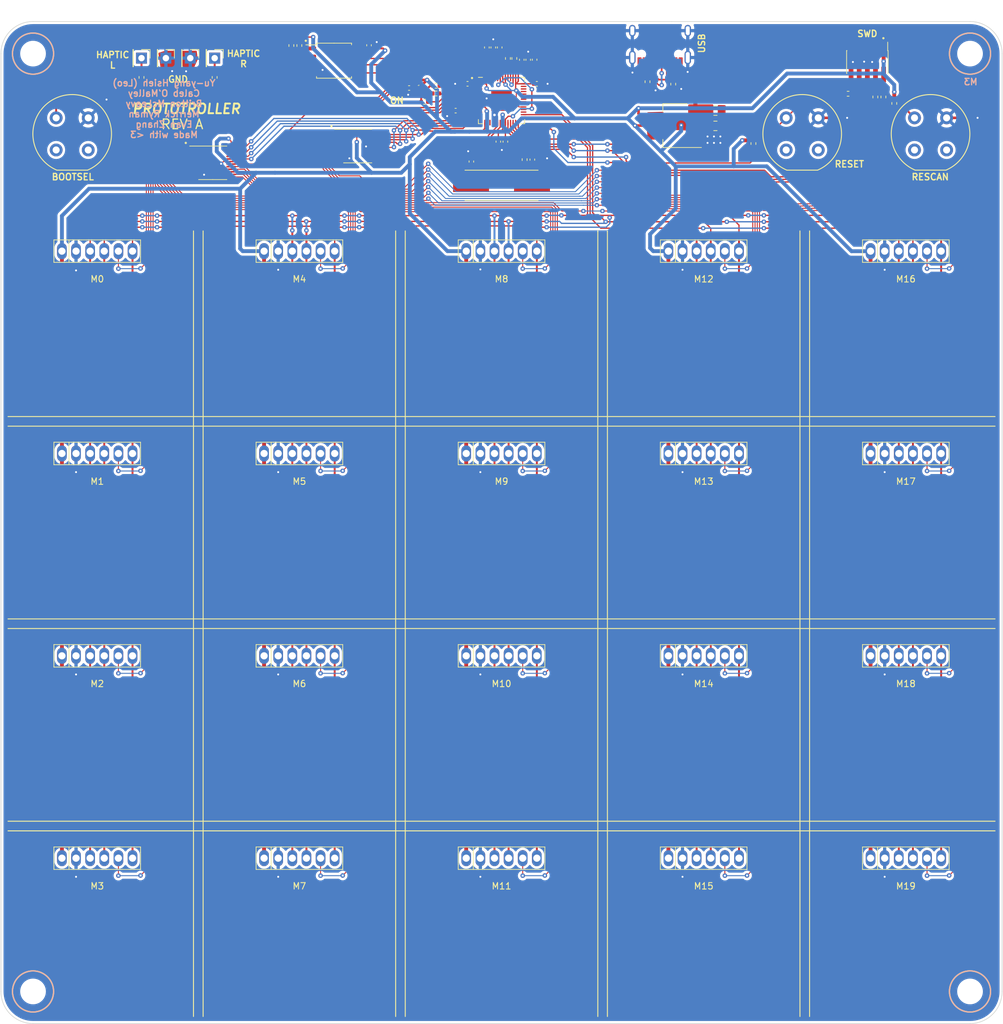
<source format=kicad_pcb>
(kicad_pcb (version 20211014) (generator pcbnew)
  (layers (0 "F.Cu" signal) (31 "B.Cu" signal) (34 "B.Paste" user) (35 "F.Paste" user) (36 "B.SilkS" user "B.Silkscreen") (37 "F.SilkS" user "F.Silkscreen") (38 "B.Mask" user) (39 "F.Mask" user) (44 "Edge.Cuts" user))
  (net 0 "")
  (net 1 "VBUS")
  (net 2 "GND")
  (net 3 "+3V3")
  (net 4 "+1V1")
  (net 5 "/XTAL_IN")
  (net 6 "/XTAL_OUT_PRE")
  (net 7 "/LB")
  (net 8 "/LG")
  (net 9 "/LR")
  (net 10 "/CONN_SWDIO")
  (net 11 "/CONN_SWCLK")
  (net 15 "/CONN_RUN_N")
  (net 16 "/CC1_USB")
  (net 17 "/USB_D+")
  (net 18 "/USB_D-")
  (net 20 "/CC2_USB")
  (net 22 "/CONN_HAP_L")
  (net 23 "/CONN_HAP_R")
  (net 24 "/5-to-32/SPI_CSN0")
  (net 25 "SPI0_TX")
  (net 26 "SPI0_RX")
  (net 27 "SPI0_SCLK")
  (net 28 "/5-to-32/SPI_CSN1")
  (net 29 "/5-to-32/SPI_CSN2")
  (net 30 "/5-to-32/SPI_CSN3")
  (net 31 "/5-to-32/SPI_CSN4")
  (net 32 "/5-to-32/SPI_CSN5")
  (net 33 "/5-to-32/SPI_CSN6")
  (net 34 "/5-to-32/SPI_CSN7")
  (net 35 "/5-to-32/SPI_CSN8")
  (net 36 "/5-to-32/SPI_CSN9")
  (net 37 "/5-to-32/SPI_CSN10")
  (net 38 "/5-to-32/SPI_CSN11")
  (net 39 "/5-to-32/SPI_CSN12")
  (net 40 "/5-to-32/SPI_CSN13")
  (net 41 "/5-to-32/SPI_CSN14")
  (net 42 "/5-to-32/SPI_CSN15")
  (net 43 "/5-to-32/SPI_CSN16")
  (net 44 "/5-to-32/SPI_CSN17")
  (net 45 "/5-to-32/SPI_CSN18")
  (net 46 "/5-to-32/SPI_CSN19")
  (net 47 "/LED_R")
  (net 48 "/LED_G")
  (net 49 "/LED_B")
  (net 50 "/SWDIO")
  (net 51 "/SWCLK")
  (net 52 "/RUN_N")
  (net 53 "/RESCAN_N")
  (net 54 "/USB_D+I")
  (net 55 "/USB_D-I")
  (net 56 "/BOOTSEL_N")
  (net 57 "/QSPI_NSS")
  (net 58 "/XTAL_OUT")
  (net 59 "/HAP_L")
  (net 60 "/HAP_R")
  (net 61 "/GPIO0")
  (net 62 "/GPIO1")
  (net 63 "E0N_A")
  (net 64 "E0N_B")
  (net 65 "A3")
  (net 66 "A2")
  (net 67 "A1")
  (net 68 "A0")
  (net 69 "/GPIO13")
  (net 70 "/GPIO14")
  (net 71 "/GPIO15")
  (net 72 "/GPIO20")
  (net 73 "/GPIO21")
  (net 74 "/GPIO22")
  (net 75 "/GPIO23")
  (net 76 "/GPIO24")
  (net 77 "/GPIO25")
  (net 78 "/GPIO26_ADC0")
  (net 79 "/GPIO27_ADC1")
  (net 80 "/GPIO28_ADC2")
  (net 81 "/GPIO29_ADC3")
  (net 82 "/QSPI_SD3")
  (net 83 "/QSPI_SCLK")
  (net 84 "/QSPI_SD0")
  (net 85 "/QSPI_SD2")
  (net 86 "/QSPI_SD1")
  (net 87 "/5-to-32/SPI_CSN20")
  (net 88 "/5-to-32/SPI_CSN21")
  (net 89 "/5-to-32/SPI_CSN22")
  (net 90 "/5-to-32/SPI_CSN23")
  (net 91 "/5-to-32/SPI_CSN24")
  (net 92 "/5-to-32/SPI_CSN25")
  (net 93 "/5-to-32/SPI_CSN26")
  (net 94 "/5-to-32/SPI_CSN27")
  (net 95 "/5-to-32/SPI_CSN28")
  (net 96 "/5-to-32/SPI_CSN29")
  (net 97 "/5-to-32/SPI_CSN30")
  (net 98 "/5-to-32/SPI_CSN31")
  (footprint "Connector_USB:USB_C_Receptacle_GCT_USB4105-xx-A_16P_TopMnt_Horizontal" (layer "F.Cu") (at 119.7 20.5 180)
    (fp_text reference "J2" hide)
    (fp_text value "USB_C_Receptacle_USB2.0")
  )
  (footprint "Resistor_SMD:R_0402_1005Metric" (layer "F.Cu") (at 38.9 26.7 90)
    (fp_text reference "R16" hide)
    (fp_text value "1k")
  )
  (footprint "Resistor_SMD:R_0402_1005Metric" (layer "F.Cu") (at 149 29.25 180)
    (fp_text reference "R6" hide)
    (fp_text value "49R9")
  )
  (footprint "Resistor_SMD:R_0402_1005Metric" (layer "F.Cu") (at 98.6 39.5 90)
    (fp_text reference "R14" hide)
    (fp_text value "1k")
  )
  (footprint "Capacitor_SMD:C_0402_1005Metric" (layer "F.Cu") (at 99.154913 23.953027 90)
    (fp_text reference "C7" hide)
    (fp_text value "1u")
  )
  (footprint "prototroller_footprints:Mag_Pogo_6P_P2.2mm_Female" (layer "F.Cu") (at 63.5 116.75)
    (fp_text reference "M6")
    (fp_text value "Conn_01x06_Male")
  )
  (footprint "Capacitor_SMD:C_0402_1005Metric" (layer "F.Cu") (at 90.3 39.8 -90)
    (fp_text reference "C12" hide)
    (fp_text value "27p")
  )
  (footprint "Connector_PinHeader_2.54mm:PinHeader_1x01_P2.54mm_Vertical" (layer "F.Cu") (at 42.7 23.7 -90)
    (fp_text reference "J5" hide)
    (fp_text value "Conn_01x01_Female")
  )
  (footprint "Capacitor_SMD:C_0402_1005Metric" (layer "F.Cu") (at 100.5 27.7)
    (fp_text reference "C9" hide)
    (fp_text value "100n")
  )
  (footprint "Connector_PinHeader_2.54mm:PinHeader_1x01_P2.54mm_Vertical" (layer "F.Cu") (at 46.5 23.7 -90)
    (fp_text reference "J4" hide)
    (fp_text value "Conn_01x01_Female")
  )
  (footprint "Resistor_SMD:R_0402_1005Metric" (layer "F.Cu") (at 84.8 29.2 180)
    (fp_text reference "R2" hide)
    (fp_text value "1k")
  )
  (footprint "prototroller_footprints:Mag_Pogo_6P_P2.2mm_Female" (layer "F.Cu") (at 158 116.75)
    (fp_text reference "M18")
    (fp_text value "Conn_01x06_Male")
  )
  (footprint "Resistor_SMD:R_0402_1005Metric" (layer "F.Cu") (at 63.5 21.74 90)
    (fp_text reference "R15" hide)
    (fp_text value "10k")
  )
  (footprint "Package_DFN_QFN:QFN-56-1EP_7x7mm_P0.4mm_EP3.2x3.2mm" (layer "F.Cu") (at 95 30.3)
    (fp_text reference "U2" hide)
    (fp_text value "RP2040")
  )
  (footprint "prototroller_footprints:Mag_Pogo_6P_P2.2mm_Female" (layer "F.Cu") (at 63.5 148.25)
    (fp_text reference "M7")
    (fp_text value "Conn_01x06_Male")
  )
  (footprint "Capacitor_SMD:C_0805_2012Metric" (layer "F.Cu") (at 128.325 34.25 180)
    (fp_text reference "C2" hide)
    (fp_text value "10u")
  )
  (footprint "Resistor_SMD:R_0402_1005Metric" (layer "F.Cu") (at 84.8 28 180)
    (fp_text reference "R1" hide)
    (fp_text value "1k")
  )
  (footprint "Resistor_SMD:R_0402_1005Metric" (layer "F.Cu") (at 121.75 27.75 -90)
    (fp_text reference "R7" hide)
    (fp_text value "5k1")
  )
  (footprint "Capacitor_SMD:C_0402_1005Metric" (layer "F.Cu") (at 99.8 39.5 -90)
    (fp_text reference "C13" hide)
    (fp_text value "27p")
  )
  (footprint "Resistor_SMD:R_0402_1005Metric" (layer "F.Cu") (at 97 23.75 -90)
    (fp_text reference "R11" hide)
    (fp_text value "27R4")
  )
  (footprint "MountingHole:MountingHole_3.2mm_M3" (layer "F.Cu") (at 22 23)
    (fp_text reference "H1" hide)
    (fp_text value "MountingHole")
  )
  (footprint "prototroller_footprints:Mag_Pogo_6P_P2.2mm_Female" (layer "F.Cu") (at 95 85.25)
    (fp_text reference "M9")
    (fp_text value "Conn_01x06_Male")
  )
  (footprint "MountingHole:MountingHole_3.2mm_M3" (layer "F.Cu") (at 168 23)
    (fp_text reference "H3" hide)
    (fp_text value "MountingHole")
  )
  (footprint "prototroller_footprints:Switch_D6C40F1LFS" (layer "F.Cu") (at 159.35 33)
    (fp_text reference "SW1" hide)
    (fp_text value "SW_Push")
  )
  (footprint "Capacitor_SMD:C_0402_1005Metric" (layer "F.Cu") (at 98.154913 23.953027 90)
    (fp_text reference "C6" hide)
    (fp_text value "1u")
  )
  (footprint "Resistor_SMD:R_0402_1005Metric" (layer "F.Cu") (at 154.5 29.75 -90)
    (fp_text reference "R4" hide)
    (fp_text value "49R9")
  )
  (footprint "prototroller_footprints:Mag_Pogo_6P_P2.2mm_Female" (layer "F.Cu") (at 63.5 85.25)
    (fp_text reference "M5")
    (fp_text value "Conn_01x06_Male")
  )
  (footprint "prototroller_footprints:Mag_Pogo_6P_P2.2mm_Female" (layer "F.Cu") (at 32 53.75)
    (fp_text reference "M0")
    (fp_text value "Conn_01x06_Male")
  )
  (footprint "prototroller_footprints:Mag_Pogo_6P_P2.2mm_Female" (layer "F.Cu") (at 63.5 53.75)
    (fp_text reference "M4")
    (fp_text value "Conn_01x06_Male")
  )
  (footprint "Resistor_SMD:R_0402_1005Metric" (layer "F.Cu") (at 83 30.5 180)
    (fp_text reference "R3" hide)
    (fp_text value "1k")
  )
  (footprint "Capacitor_SMD:C_0402_1005Metric" (layer "F.Cu") (at 100.154913 23.946769 90)
    (fp_text reference "C8" hide)
    (fp_text value "100n")
  )
  (footprint "Capacitor_SMD:C_0402_1005Metric" (layer "F.Cu") (at 94.712859 22.041473 90)
    (fp_text reference "C16" hide)
    (fp_text value "100n")
  )
  (footprint "Capacitor_SMD:C_0805_2012Metric" (layer "F.Cu") (at 128.325 31.875)
    (fp_text reference "C1" hide)
    (fp_text value "10u")
  )
  (footprint "Capacitor_SMD:C_0402_1005Metric" (layer "F.Cu") (at 93.712859 22.041473 90)
    (fp_text reference "C15" hide)
    (fp_text value "100n")
  )
  (footprint "MountingHole:MountingHole_3.2mm_M3" (layer "F.Cu") (at 22 169)
    (fp_text reference "H2" hide)
    (fp_text value "MountingHole")
  )
  (footprint "prototroller_footprints:Mag_Pogo_6P_P2.2mm_Female" (layer "F.Cu") (at 32 116.75)
    (fp_text reference "M2")
    (fp_text value "Conn_01x06_Male")
  )
  (footprint "prototroller_footprints:Mag_Pogo_6P_P2.2mm_Female" (layer "F.Cu") (at 158 85.25)
    (fp_text reference "M17")
    (fp_text value "Conn_01x06_Male")
  )
  (footprint "prototroller_footprints:Mag_Pogo_6P_P2.2mm_Female" (layer "F.Cu") (at 32 148.25)
    (fp_text reference "M3")
    (fp_text value "Conn_01x06_Male")
  )
  (footprint "prototroller_footprints:Mag_Pogo_6P_P2.2mm_Female" (layer "F.Cu") (at 158 53.75)
    (fp_text reference "M16")
    (fp_text value "Conn_01x06_Male")
  )
  (footprint "Resistor_SMD:R_0402_1005Metric" (layer "F.Cu") (at 62.25 21.74 -90)
    (fp_text reference "R13" hide)
    (fp_text value "10k")
  )
  (footprint "Resistor_SMD:R_0402_1005Metric" (layer "F.Cu") (at 156.2 30.75 -90)
    (fp_text reference "R9" hide)
    (fp_text value "10k")
  )
  (footprint "Resistor_SMD:R_0402_1005Metric" (layer "F.Cu") (at 153.25 29.75 -90)
    (fp_text reference "R5" hide)
    (fp_text value "49R9")
  )
  (footprint "Resistor_SMD:R_0402_1005Metric" (layer "F.Cu") (at 50.3 26.7 90)
    (fp_text reference "R17" hide)
    (fp_text value "1k")
  )
  (footprint "Connector_PinHeader_2.54mm:PinHeader_1x01_P2.54mm_Vertical" (layer "F.Cu") (at 38.9 23.7 -90)
    (fp_text reference "J3" hide)
    (fp_text value "Conn_01x01_Female")
  )
  (footprint "prototroller_footprints:XTAL_ABLS-12.000MHZ-B4-T" (layer "F.Cu") (at 95 43.5 180)
    (fp_text reference "Y1" hide)
    (fp_text value "ABLS-12.000MHZ-B4-T")
  )
  (footprint "Capacitor_SMD:C_0402_1005Metric" (layer "F.Cu") (at 95.6 36.7 -90)
    (fp_text reference "C4" hide)
    (fp_text value "100n")
  )
  (footprint "prototroller_footprints:Mag_Pogo_6P_P2.2mm_Female" (layer "F.Cu") (at 126.5 148.25)
    (fp_text reference "M15")
    (fp_text value "Conn_01x06_Male")
  )
  (footprint "prototroller_footprints:LED_Cree-UHD111A" (layer "F.Cu") (at 82.8 28.6 90)
    (fp_text reference "D1" hide)
    (fp_text value "LED_RGB")
  )
  (footprint "prototroller_footprints:Mag_Pogo_6P_P2.2mm_Female" (layer "F.Cu") (at 126.5 53.75)
    (fp_text reference "M12")
    (fp_text value "Conn_01x06_Male")
  )
  (footprint "Resistor_SMD:R_0402_1005Metric" (layer "F.Cu") (at 117.75 27.375 -90)
    (fp_text reference "R8" hide)
    (fp_text value "5k1")
  )
  (footprint "Capacitor_SMD:C_0402_1005Metric" (layer "F.Cu") (at 74.35 21.7 90)
    (fp_text reference "C17" hide)
    (fp_text value "100n")
  )
  (footprint "Capacitor_SMD:C_0402_1005Metric" (layer "F.Cu") (at 89.7 27.7 180)
    (fp_text reference "C14" hide)
    (fp_text value "100n")
  )
  (footprint "MountingHole:MountingHole_3.2mm_M3" (layer "F.Cu") (at 168 169)
    (fp_text reference "H4" hide)
    (fp_text value "MountingHole")
  )
  (footprint "prototroller_footprints:Mag_Pogo_6P_P2.2mm_Female" (layer "F.Cu") (at 95 116.75)
    (fp_text reference "M10")
    (fp_text value "Conn_01x06_Male")
  )
  (footprint "Resistor_SMD:R_0402_1005Metric" (layer "F.Cu") (at 96 23.75 -90)
    (fp_text reference "R10" hide)
    (fp_text value "27R4")
  )
  (footprint "prototroller_footprints:Mag_Pogo_6P_P2.2mm_Female" (layer "F.Cu") (at 126.5 116.75)
    (fp_text reference "M14")
    (fp_text value "Conn_01x06_Male")
  )
  (footprint "prototroller_footprints:Mag_Pogo_6P_P2.2mm_Female" (layer "F.Cu") (at 95 148.25)
    (fp_text reference "M11")
    (fp_text value "Conn_01x06_Male")
  )
  (footprint "Capacitor_SMD:C_0402_1005Metric" (layer "F.Cu") (at 80.6 28.35 180)
    (fp_text reference "C3" hide)
    (fp_text value "100n")
  )
  (footprint "prototroller_footprints:Mag_Pogo_6P_P2.2mm_Female" (layer "F.Cu") (at 158 148.25)
    (fp_text reference "M19")
    (fp_text value "Conn_01x06_Male")
  )
  (footprint "prototroller_footprints:Mag_Pogo_6P_P2.2mm_Female" (layer "F.Cu") (at 95 53.75)
    (fp_text reference "M8")
    (fp_text value "Conn_01x06_Male")
  )
  (footprint "Connector_PinHeader_2.54mm:PinHeader_1x01_P2.54mm_Vertical" (layer "F.Cu") (at 50.3 23.7 -90)
    (fp_text reference "J6" hide)
    (fp_text value "Conn_01x01_Female")
  )
  (footprint "prototroller_footprints:Mag_Pogo_6P_P2.2mm_Female" (layer "F.Cu") (at 126.5 85.25)
    (fp_text reference "M13")
    (fp_text value "Conn_01x06_Male")
  )
  (footprint "Package_TO_SOT_SMD:SOT-223-3_TabPin2" (layer "F.Cu") (at 122.05 34.2 180)
    (fp_text reference "U1" hide)
    (fp_text value "NCP1117-3.3_SOT223")
  )
  (footprint "Capacitor_SMD:C_0402_1005Metric" (layer "F.Cu") (at 92.712859 22.041473 90)
    (fp_text reference "C5" hide)
    (fp_text value "100n")
  )
  (footprint "Package_SO:TSSOP-24_4.4x5mm_P0.4mm" (layer "F.Cu") (at 72.587743 37.4)
    (fp_text reference "U5" hide)
    (fp_text value "74HCT154PW,118")
  )
  (footprint "Capacitor_SMD:C_0402_1005Metric" (layer "F.Cu") (at 94.5 36.7 -90)
    (fp_text reference "C10" hide)
    (fp_text value "100n")
  )
  (footprint "Package_SO:SOIC-8_5.23x5.23mm_P1.27mm" (layer "F.Cu") (at 68.9 24.1)
    (fp_text reference "U3" hide)
    (fp_text value "W25Q16JVSSIQ")
  )
  (footprint "Package_SO:TSSOP-24_4.4x5mm_P0.4mm" (layer "F.Cu") (at 50 40)
    (fp_text reference "U4" hide)
    (fp_text value "74HCT154PW,118")
  )
  (footprint "prototroller_footprints:Switch_D6C40F1LFS" (layer "F.Cu") (at 139.35 33)
    (fp_text reference "SW2" hide)
    (fp_text value "SW_Push")
  )
  (footprint "Connector_PinHeader_1.27mm:PinHeader_2x05_P1.27mm_Vertical_SMD" (layer "F.Cu") (at 152 24.3 -90)
    (fp_text reference "J1" hide)
    (fp_text value "2x5x1.27mm")
  )
  (footprint "Resistor_SMD:R_0402_1005Metric" (layer "F.Cu") (at 134.25 37 -90)
    (fp_text reference "R12" hide)
    (fp_text value "10k")
  )
  (footprint "prototroller_footprints:Switch_D6C40F1LFS" (layer "F.Cu") (at 25.6 33)
    (fp_text reference "SW3" hide)
    (fp_text value "SW_Push")
  )
  (footprint "Capacitor_SMD:C_0402_1005Metric" (layer "F.Cu") (at 87.85 31.875 180)
    (fp_text reference "C11" hide)
    (fp_text value "100n")
  )
  (footprint "prototroller_footprints:Mag_Pogo_6P_P2.2mm_Female" (layer "F.Cu") (at 32 85.25)
    (fp_text reference "M1")
    (fp_text value "Conn_01x06_Male")
  )
  (gr_circle (center 21.998438 169) (end 25.2 169) (layer "B.SilkS") (width 0.2) (fill none))
  (gr_circle (center 22 23) (end 25.201562 23) (layer "B.SilkS") (width 0.2) (fill none))
  (gr_circle (center 168.001562 23) (end 171.203124 23) (layer "B.SilkS") (width 0.2) (fill none))
  (gr_circle (center 168 169.001562) (end 171.201562 169.001562) (layer "B.SilkS") (width 0.2) (fill none))
  (gr_line (start 80 50.6) (end 80 172.9) (layer "F.SilkS") (width 0.15))
  (gr_line (start 141.5 50.6) (end 141.5 172.9) (layer "F.SilkS") (width 0.15))
  (gr_line (start 171.9 81) (end 18.1 81) (layer "F.SilkS") (width 0.15))
  (gr_line (start 171.9 111) (end 18.1 111) (layer "F.SilkS") (width 0.15))
  (gr_line (start 143 50.6) (end 143 172.9) (layer "F.SilkS") (width 0.15))
  (gr_circle (center 22 23) (end 25.201562 23) (layer "F.SilkS") (width 0.2) (fill none))
  (gr_line (start 78.5 50.6) (end 78.5 172.9) (layer "F.SilkS") (width 0.15))
  (gr_circle (center 167.998438 169) (end 171.2 169) (layer "F.SilkS") (width 0.2) (fill none))
  (gr_line (start 171.9 79.5) (end 18.1 79.5) (layer "F.SilkS") (width 0.15))
  (gr_circle (center 21.998438 169) (end 25.2 169) (layer "F.SilkS") (width 0.2) (fill none))
  (gr_circle (center 154.5 20.6) (end 154.5 20.7) (layer "F.SilkS") (width 0.15) (fill none))
  (gr_line (start 111.5 50.6) (end 111.5 172.9) (layer "F.SilkS") (width 0.15))
  (gr_line (start 171.9 112.5) (end 18.1 112.5) (layer "F.SilkS") (width 0.15))
  (gr_circle (center 167.998438 23) (end 171.2 23) (layer "F.SilkS") (width 0.2) (fill none))
  (gr_circle (center 68.5 34.3) (end 68.5 34.4) (layer "F.SilkS") (width 0.15) (fill none))
  (gr_line (start 171.9 142.5) (end 18.1 142.5) (layer "F.SilkS") (width 0.15))
  (gr_line (start 47 50.6) (end 47 172.9) (layer "F.SilkS") (width 0.15))
  (gr_circle (center 90.4 26.8) (end 90.4 26.9) (layer "F.SilkS") (width 0.15) (fill none))
  (gr_line (start 171.9 144) (end 18.1 144) (layer "F.SilkS") (width 0.15))
  (gr_circle (center 64.5 21) (end 64.5 21.1) (layer "F.SilkS") (width 0.15) (fill none))
  (gr_circle (center 45.8 36.9) (end 45.8 37) (layer "F.SilkS") (width 0.15) (fill none))
  (gr_line (start 48.5 50.6) (end 48.5 172.9) (layer "F.SilkS") (width 0.15))
  (gr_line (start 110 50.6) (end 110 172.9) (layer "F.SilkS") (width 0.15))
  (gr_line (start 168 174) (end 22 174) (layer "Edge.Cuts") (width 0.1))
  (gr_arc (start 17 23) (mid 18.464466 19.464466) (end 22 18) (layer "Edge.Cuts") (width 0.1))
  (gr_line (start 22 18) (end 121.5 18) (layer "Edge.Cuts") (width 0.1))
  (gr_line (start 17 169) (end 17 23) (layer "Edge.Cuts") (width 0.1))
  (gr_arc (start 22 174) (mid 18.464466 172.535534) (end 17 169) (layer "Edge.Cuts") (width 0.1))
  (gr_arc (start 168 18) (mid 171.535534 19.464466) (end 173 23) (layer "Edge.Cuts") (width 0.1))
  (gr_line (start 168 18) (end 121.5 18) (layer "Edge.Cuts") (width 0.1))
  (gr_line (start 173 23) (end 173 169) (layer "Edge.Cuts") (width 0.1))
  (gr_arc (start 173 169) (mid 171.535534 172.535534) (end 168 174) (layer "Edge.Cuts") (width 0.1))
  (gr_text "Yu-yang Hsieh (Leo)\nCaleb O'Malley\nBritton McLeavy\nMerrick Ryman\nEvan Zhang\nMade with <3" (at 42.4 31.6) (layer "B.SilkS") (effects (font (size 1 1) (thickness 0.2)) (justify mirror)))
  (gr_text "M3" (at 168.1 27.4) (layer "B.SilkS") (effects (font (size 1 1) (thickness 0.2)) (justify mirror)))
  (gr_text "PROTOTROLLER" (at 45.9 31.6) (layer "F.SilkS") (effects (font (size 1.5 1.5) (thickness 0.3) italic)))
  (gr_text "HAPTIC\nL" (at 34.4 24) (layer "F.SilkS") (effects (font (size 1 1) (thickness 0.2))))
  (gr_text "HAPTIC\nR" (at 54.8 23.8) (layer "F.SilkS") (effects (font (size 1 1) (thickness 0.2))))
  (gr_text "RESCAN" (at 161.8 42.2) (layer "F.SilkS") (effects (font (size 1 1) (thickness 0.2))))
  (gr_text "USB" (at 126.2 21.4 90) (layer "F.SilkS") (effects (font (size 1 1) (thickness 0.2))))
  (gr_text "GND" (at 44.6 27) (layer "F.SilkS") (effects (font (size 1 1) (thickness 0.2))))
  (gr_text "BOOTSEL" (at 28.2 42.2) (layer "F.SilkS") (effects (font (size 1 1) (thickness 0.2))))
  (gr_text "RESET" (at 149.2 40.2) (layer "F.SilkS") (effects (font (size 1 1) (thickness 0.2))))
  (gr_text "ON" (at 78.7 30.3) (layer "F.SilkS") (effects (font (size 1 1) (thickness 0.2))))
  (gr_text "REV A" (at 45.25 34) (layer "F.SilkS") (effects (font (size 1.5 1.5) (thickness 0.2))))
  (gr_text "SWD" (at 152 19.9) (layer "F.SilkS") (effects (font (size 1 1) (thickness 0.2))))
  (segment (start 122.1 24.18) (end 122.1 25.6) (width 0.6) (layer "F.Cu") (net 1))
  (segment (start 125.2 31.9) (end 125.2 30.6) (width 0.6) (layer "F.Cu") (net 1))
  (segment (start 125.2 28.7) (end 125.2 31.9) (width 0.6) (layer "F.Cu") (net 1))
  (segment (start 116.55 28.4) (end 116.55 26.45) (width 0.6) (layer "F.Cu") (net 1))
  (segment (start 122.1 25.6) (end 125.2 28.7) (width 0.6) (layer "F.Cu") (net 1))
  (segment (start 117.65 29.5) (end 116.55 28.4) (width 0.6) (layer "F.Cu") (net 1))
  (segment (start 117.3 25.7) (end 117.3 24.18) (width 0.6) (layer "F.Cu") (net 1))
  (segment (start 124.1 29.5) (end 117.65 29.5) (width 0.6) (layer "F.Cu") (net 1))
  (segment (start 116.55 26.45) (end 117.3 25.7) (width 0.6) (layer "F.Cu") (net 1))
  (segment (start 125.2 30.6) (end 124.1 29.5) (width 0.6) (layer "F.Cu") (net 1))
  (segment (start 93.9 32.55) (end 94 32.65) (width 0.2) (layer "F.Cu") (net 2))
  (segment (start 28.7 148.25) (end 28.7 151.15) (width 0.4) (layer "F.Cu") (net 2))
  (segment (start 123.2 116.75) (end 123.2 119.65) (width 0.4) (layer "F.Cu") (net 2))
  (segment (start 118.25 28.75) (end 118.9735 28.75) (width 0.4) (layer "F.Cu") (net 2))
  (segment (start 117.75 28.25) (end 118.25 28.75) (width 0.4) (layer "F.Cu") (net 2))
  (segment (start 123.2 53.75) (end 123.2 56.65) (width 0.4) (layer "F.Cu") (net 2))
  (segment (start 94 32.65) (end 94 33.7375) (width 0.2) (layer "F.Cu") (net 2))
  (segment (start 149.36 23.91) (end 149.36 22.35) (width 0.4) (layer "F.Cu") (net 2))
  (segment (start 151.5 24.25) (end 152 23.75) (width 0.4) (layer "F.Cu") (net 2))
  (segment (start 117.75 27.885) (end 117.75 28.25) (width 0.4) (layer "F.Cu") (net 2))
  (segment (start 100.98 27.7) (end 102.175 27.7) (width 0.4) (layer "F.Cu") (net 2))
  (segment (start 91.7 53.75) (end 91.7 56.6) (width 0.4) (layer "F.Cu") (net 2))
  (segment (start 122.9 24.18) (end 122.9 25.3) (width 0.4) (layer "F.Cu") (net 2))
  (segment (start 89.8 38.2) (end 90.3 38.7) (width 0.6) (layer "F.Cu") (net 2))
  (segment (start 69.725243 39.6) (end 70.987743 39.6) (width 0.15) (layer "F.Cu") (net 2))
  (segment (start 70.987743 39.6) (end 71.287743 39.3) (width 0.15) (layer "F.Cu") (net 2))
  (segment (start 74.35 21.22) (end 75.53 21.22) (width 0.4) (layer "F.Cu") (net 2))
  (segment (start 116.163288 25.95) (end 115.4 25.95) (width 0.4) (layer "F.Cu") (net 2))
  (segment (start 75.450243 37.2) (end 74.137743 37.2) (width 0.15) (layer "F.Cu") (net 2))
  (segment (start 149.75 24.3) (end 149.36 23.91) (width 0.4) (layer "F.Cu") (net 2))
  (segment (start 91.7 85.25) (end 91.7 88.15) (width 0.4) (layer "F.Cu") (net 2))
  (segment (start 116.5 25.613288) (end 116.163288 25.95) (width 0.4) (layer "F.Cu") (net 2))
  (segment (start 65.3 26.005) (end 66.645 26.005) (width 0.4) (layer "F.Cu") (net 2))
  (segment (start 60.2 148.25) (end 60.2 151.15) (width 0.4) (layer "F.Cu") (net 2))
  (segment (start 74.137743 37.2) (end 73.887743 37.45) (width 0.15) (layer "F.Cu") (net 2))
  (segment (start 28.7 53.75) (end 28.7 56.75) (width 0.4) (layer "F.Cu") (net 2))
  (segment (start 46.5 25.1) (end 45.85 25.75) (width 0.4) (layer "F.Cu") (net 2))
  (segment (start 152 23.75) (end 152 22.45) (width 0.4) (layer "F.Cu") (net 2))
  (segment (start 80.12 28.35) (end 80.12 29.07) (width 0.4) (layer "F.Cu") (net 2))
  (segment (start 122.76 28.26) (end 123 28.5) (width 0.4) (layer "F.Cu") (net 2))
  (segment (start 101.3 39) (end 99.82 39) (width 0.4) (layer "F.Cu") (net 2))
  (segment (start 116.5 24.18) (end 116.5 25.613288) (width 0.4) (layer "F.Cu") (net 2))
  (segment (start 52.8625 39.8) (end 51.65 39.8) (width 0.15) (layer "F.Cu") (net 2))
  (segment (start 123.2 148.25) (end 123.2 151.15) (width 0.4) (layer "F.Cu") (net 2))
  (segment (start 46.5 23.7) (end 46.5 25.1) (width 0.4) (layer "F.Cu") (net 2))
  (segment (start 75.53 21.22) (end 75.55 21.2) (width 0.4) (layer "F.Cu") (net 2))
  (segment (start 154.7 85.25) (end 154.7 88.15) (width 0.4) (layer "F.Cu") (net 2))
  (segment (start 152 22.45) (end 151.9 22.35) (width 0.4) (layer "F.Cu") (net 2))
  (segment (start 66.645 26.005) (end 67.1125 25.5375) (width 0.4) (layer "F.Cu") (net 2))
  (segment (start 121.75 28.26) (end 122.76 28.26) (width 0.4) (layer "F.Cu") (net 2))
  (segment (start 154.7 53.75) (end 154.7 56.65) (width 0.4) (layer "F.Cu") (net 2))
  (segment (start 123.2 85.25) (end 123.2 88.15) (width 0.4) (layer "F.Cu") (net 2))
  (segment (start 51.65 39.8) (end 51.3 40.15) (width 0.15) (layer "F.Cu") (net 2))
  (segment (start 48.3 42.2) (end 48.65 41.85) (width 0.15) (layer "F.Cu") (net 2))
  (segment (start 28.7 116.75) (end 28.7 119.65) (width 0.4) (layer "F.Cu") (net 2))
  (segment (start 86.525 32.725) (end 86.525 32.72) (width 0.4) (layer "F.Cu") (net 2))
  (segment (start 153.27 23.78) (end 153.27 22.35) (width 0.4) (layer "F.Cu") (net 2))
  (segment (start 164.35 33) (end 169.175 33) (width 0.4) (layer "F.Cu") (net 2))
  (segment (start 118.9735 28.75) (end 119 28.7235) (width 0.4) (layer "F.Cu") (net 2))
  (segment (start 89.22 27.7) (end 87.775 27.7) (width 0.4) (layer "F.Cu") (net 2))
  (segment (start 101.6 39.3) (end 101.3 39) (width 0.4) (layer "F.Cu") (net 2))
  (segment (start 91.7 116.75) (end 91.7 119.65) (width 0.4) (layer "F.Cu") (net 2))
  (segment (start 42.75 24.8) (end 43.675 25.725) (width 0.4) (layer "F.Cu") (net 2))
  (segment (start 42.75 23.7) (end 42.75 24.8) (width 0.4) (layer "F.Cu") (net 2))
  (segment (start 80.12 29.07) (end 80.45 29.4) (width 0.4) (layer "F.Cu") (net 2))
  (segment (start 154.7 116.75) (end 154.7 119.65) (width 0.4) (layer "F.Cu") (net 2))
  (segment (start 90.3 38.7) (end 90.3 39.32) (width 0.6) (layer "F.Cu") (net 2))
  (segment (start 123.45 25.85) (end 124 25.85) (width 0.4) (layer "F.Cu") (net 2))
  (segment (start 93 30.3) (end 92.675 29.975) (width 0.4) (layer "F.Cu") (net 2))
  (segment (start 60.2 85.25) (end 60.2 88.15) (width 0.4) (layer "F.Cu") (net 2))
  (segment (start 99.82 39) (end 99.8 39.02) (width 0.4) (layer "F.Cu") (net 2))
  (segment (start 60.2 116.75) (end 60.2 119.65) (width 0.4) (layer "F.Cu") (net 2))
  (segment (start 152.75 24.3) (end 153.27 23.78) (width 0.4) (layer "F.Cu") (net 2))
  (segment (start 60.2 53.75) (end 60.2 56.65) (width 0.4) (layer "F.Cu") (net 2))
  (segment (start 28.7 85.25) (end 28.7 88.15) (width 0.4) (layer "F.Cu") (net 2))
  (segment (start 91.7 148.25) (end 91.7 151.15) (width 0.4) (layer "F.Cu") (net 2))
  (segment (start 47.1375 42.2) (end 48.3 42.2) (width 0.15) (layer "F.Cu") (net 2))
  (segment (start 95 30.3) (end 93 30.3) (width 0.4) (layer "F.Cu") (net 2))
  (segment (start 144.35 33) (end 148.85 33) (width 0.4) (layer "F.Cu") (net 2))
  (segment (start 30.6 33) (end 33.45 30.15) (width 0.4) (layer "F.Cu") (net 2))
  (segment (start 102.1 39.3) (end 101.6 39.3) (width 0.4) (layer "F.Cu") (net 2))
  (segment (start 154.7 148.25) (end 154.7 151.15) (width 0.4) (layer "F.Cu") (net 2))
  (segment (start 122.9 25.3) (end 123.45 25.85) (width 0.4) (layer "F.Cu") (net 2))
  (segment (start 86.525 32.72) (end 87.37 31.875) (width 0.4) (layer "F.Cu") (net 2))
  (via (at 80.45 29.4) (size 0.7) (drill 0.3) (layers "F.Cu" "B.Cu") (net 2))
  (via (at 154.7 151.15) (size 0.7) (drill 0.3) (layers "F.Cu" "B.Cu") (net 2))
  (via (at 67.1125 25.5375) (size 0.7) (drill 0.3) (layers "F.Cu" "B.Cu") (net 2))
  (via (at 89.8 38.2) (size 0.7) (drill 0.3) (layers "F.Cu" "B.Cu") (net 2))
  (via (at 148.85 33) (size 0.7) (drill 0.3) (layers "F.Cu" "B.Cu") (net 2))
  (via (at 87.775 27.7) (size 0.7) (drill 0.3) (layers "F.Cu" "B.Cu") (net 2))
  (via (at 127.1 36.9) (size 0.7) (drill 0.3) (layers "F.Cu" "B.Cu") (net 2))
  (via (at 60.2 119.65) (size 0.7) (drill 0.3) (layers "F.Cu" "B.Cu") (net 2))
  (via (at 60.2 151.15) (size 0.7) (drill 0.3) (layers "F.Cu" "B.Cu") (net 2))
  (via (at 91.7 88.15) (size 0.7) (drill 0.3) (layers "F.Cu" "B.Cu") (net 2))
  (via (at 91.7 151.15) (size 0.7) (drill 0.3) (layers "F.Cu" "B.Cu") (net 2))
  (via (at 123.2 119.65) (size 0.7) (drill 0.3) (layers "F.Cu" "B.Cu") (net 2))
  (via (at 60.2 88.15) (size 0.7) (drill 0.3) (layers "F.Cu" "B.Cu") (net 2))
  (via (at 154.7 56.65) (size 0.7) (drill 0.3) (layers "F.Cu" "B.Cu") (net 2))
  (via (at 91.7 119.65) (size 0.7) (drill 0.3) (layers "F.Cu" "B.Cu") (net 2))
  (via (at 123.2 88.15) (size 0.7) (drill 0.3) (layers "F.Cu" "B.Cu") (net 2))
  (via (at 28.7 151.15) (size 0.7) (drill 0.3) (layers "F.Cu" "B.Cu") (net 2))
  (via (at 119 28.7235) (size 0.7) (drill 0.3) (layers "F.Cu" "B.Cu") (net 2))
  (via (at 129.1 35.9) (size 0.7) (drill 0.3) (layers "F.Cu" "B.Cu") (net 2))
  (via (at 124 25.85) (size 0.7) (drill 0.3) (layers "F.Cu" "B.Cu") (net 2))
  (via (at 51.3 40.15) (size 0.7) (drill 0.3) (layers "F.Cu" "B.Cu") (net 2))
  (via (at 123.2 56.65) (size 0.7) (drill 0.3) (layers "F.Cu" "B.Cu") (net 2))
  (via (at 33.45 30.15) (size 0.7) (drill 0.3) (layers "F.Cu" "B.Cu") (net 2))
  (via (at 127.1 35.9) (size 0.7) (drill 0.3) (layers "F.Cu" "B.Cu") (net 2))
  (via (at 71.287743 39.3) (size 0.7) (drill 0.3) (layers "F.Cu" "B.Cu") (net 2))
  (via (at 128.1 35.9) (size 0.7) (drill 0.3) (layers "F.Cu" "B.Cu") (net 2))
  (via (at 115.4 25.95) (size 0.7) (drill 0.3) (layers "F.Cu" "B.Cu") (net 2))
  (via (at 86.525 32.725) (size 0.7) (drill 0.3) (layers "F.Cu" "B.Cu") (net 2))
  (via (at 95.05 38) (size 0.7) (drill 0.3) (layers "F.Cu" "B.Cu") (net 2))
  (via (at 43.675 25.725) (size 0.7) (drill 0.3) (layers "F.Cu" "B.Cu") (net 2))
  (via (at 73.887743 37.45) (size 0.7) (drill 0.3) (layers "F.Cu" "B.Cu") (net 2))
  (via (at 93.9 32.55) (size 0.8) (drill 0.4) (layers "F.Cu" "B.Cu") (net 2))
  (via (at 123.2 151.15) (size 0.7) (drill 0.3) (layers "F.Cu" "B.Cu") (net 2))
  (via (at 102.1 39.3) (size 0.7) (drill 0.3) (layers "F.Cu" "B.Cu") (net 2))
  (via (at 169.175 33) (size 0.7) (drill 0.3) (layers "F.Cu" "B.Cu") (net 2))
  (via (at 28.7 56.75) (size 0.7) (drill 0.3) (layers "F.Cu" "B.Cu") (net 2))
  (via (at 28.7 88.15) (size 0.7) (drill 0.3) (layers "F.Cu" "B.Cu") (net 2))
  (via (at 60.2 56.65) (size 0.7) (drill 0.3) (layers "F.Cu" "B.Cu") (net 2))
  (via (at 129.1 36.9) (size 0.7) (drill 0.3) (layers "F.Cu" "B.Cu") (net 2))
  (via (at 128.1 36.9) (size 0.7) (drill 0.3) (layers "F.Cu" "B.Cu") (net 2))
  (via (at 92.675 29.975) (size 0.7) (drill 0.3) (layers "F.Cu" "B.Cu") (net 2))
  (via (at 48.65 41.85) (size 0.7) (drill 0.3) (layers "F.Cu" "B.Cu") (net 2))
  (via (at 75.55 21.2) (size 0.7) (drill 0.3) (layers "F.Cu" "B.Cu") (net 2))
  (via (at 93.712859 20.771473) (size 0.7) (drill 0.3) (layers "F.Cu" "B.Cu") (net 2))
  (via (at 91.7 56.6) (size 0.7) (drill 0.3) (layers "F.Cu" "B.Cu") (net 2))
  (via (at 154.7 119.65) (size 0.7) (drill 0.3) (layers "F.Cu" "B.Cu") (net 2))
  (via (at 45.85 25.75) (size 0.7) (drill 0.3) (layers "F.Cu" "B.Cu") (net 2))
  (via (at 152.75 24.3) (size 0.7) (drill 0.3) (layers "F.Cu" "B.Cu") (net 2))
  (via (at 149.75 24.3) (size 0.7) (drill 0.3) (layers "F.Cu" "B.Cu") (net 2))
  (via (at 154.7 88.15) (size 0.7) (drill 0.3) (layers "F.Cu" "B.Cu") (net 2))
  (via (at 123 28.5) (size 0.7) (drill 0.3) (layers "F.Cu" "B.Cu") (net 2))
  (via (at 99.154913 22.696769) (size 0.7) (drill 0.3) (layers "F.Cu" "B.Cu") (net 2))
  (via (at 28.7 119.65) (size 0.7) (drill 0.3) (layers "F.Cu" "B.Cu") (net 2))
  (via (at 151.5 24.25) (size 0.7) (drill 0.3) (layers "F.Cu" "B.Cu") (net 2))
  (via (at 102.175 27.7) (size 0.7) (drill 0.3) (layers "F.Cu" "B.Cu") (net 2))
  (segment (start 90.18 27.7) (end 91.5625 27.7) (width 0.2) (layer "F.Cu") (net 3))
  (segment (start 132.5 36.5) (end 134.24 36.5) (width 0.6) (layer "F.Cu") (net 3))
  (segment (start 73.3 35.2) (end 75.450243 35.2) (width 0.15) (layer "F.Cu") (net 3))
  (segment (start 97.2 27.725) (end 97.2 28.65) (width 0.2) (layer "F.Cu") (net 3))
  (segment (start 154.54 24.21) (end 154.54 22.35) (width 0.6) (layer "F.Cu") (net 3))
  (segment (start 95.2 33.7375) (end 95.2 32.55) (width 0.2) (layer "F.Cu") (net 3))
  (segment (start 99.154913 25.245087) (end 99.154913 24.433027) (width 0.2) (layer "F.Cu") (net 3))
  (segment (start 118.2 34.2) (end 116.35 32.35) (width 0.4) (layer "F.Cu") (net 3))
  (segment (start 26.5 53.75) (end 26.5 148.25) (width 0.6) (layer "F.Cu") (net 3))
  (segment (start 81.4 27.1) (end 81.1 27.4) (width 0.4) (layer "F.Cu") (net 3))
  (segment (start 97.3 30.875) (end 97.3 28.75) (width 0.15) (layer "F.Cu") (net 3))
  (segment (start 63.825 20.425) (end 65.65 20.425) (width 0.2) (layer "F.Cu") (net 3))
  (segment (start 58 53.75) (end 58 148.25) (width 0.6) (layer "F.Cu") (net 3))
  (segment (start 100.154913 25.245087) (end 100.154913 24.426769) (width 0.2) (layer "F.Cu") (net 3))
  (segment (start 95.2 33.7375) (end 95.2 34.75) (width 0.2) (layer "F.Cu") (net 3))
  (segment (start 152.5 53.75) (end 152.5 148.25) (width 0.6) (layer "F.Cu") (net 3))
  (segment (start 92.675 27.825) (end 92.675 28.425) (width 0.2) (layer "F.Cu") (net 3))
  (segment (start 98.4375 31.3) (end 97.725 31.3) (width 0.15) (layer "F.Cu") (net 3))
  (segment (start 76.505 22.18) (end 76.85 22.525) (width 0.3) (layer "F.Cu") (net 3))
  (segment (start 72.45 36.05) (end 73.3 35.2) (width 0.15) (layer "F.Cu") (net 3))
  (segment (start 81.1 27.4) (end 81.1 28.33) (width 0.4) (layer "F.Cu") (net 3))
  (segment (start 83.4 27.1) (end 81.4 27.1) (width 0.4) (layer "F.Cu") (net 3))
  (segment (start 118.9 34.2) (end 118.2 34.2) (width 0.4) (layer "F.Cu") (net 3))
  (segment (start 125.15 34.15) (end 125.2 34.2) (width 0.6) (layer "F.Cu") (net 3))
  (segment (start 116.35 32.35) (end 116.35 31.5) (width 0.4) (layer "F.Cu") (net 3))
  (segment (start 100.154913 24.426769) (end 100.154913 25.154913) (width 0.2) (layer "F.Cu") (net 3))
  (segment (start 100.05 25.9) (end 100.154913 25.795087) (width 0.2) (layer "F.Cu") (net 3))
  (segment (start 72.5 22.195) (end 74.335 22.195) (width 0.3) (layer "F.Cu") (net 3))
  (segment (start 95.6 26.8625) (end 95.6 25.225) (width 0.2) (layer "F.Cu") (net 3))
  (segment (start 97.2 26) (end 97.65 25.55) (width 0.2) (layer "F.Cu") (net 3))
  (segment (start 89.35 31.875) (end 88.33 31.875) (width 0.2) (layer "F.Cu") (net 3))
  (segment (start 156.2 28.95) (end 156.2 30.24) (width 0.6) (layer "F.Cu") (net 3))
  (segment (start 91.5625 31.3) (end 89.925 31.3) (width 0.2) (layer "F.Cu") (net 3))
  (segment (start 97.2 26.8625) (end 97.2 26) (width 0.2) (layer "F.Cu") (net 3))
  (segment (start 83.4 27.1) (end 82.47 28.03) (width 0.4) (layer "F.Cu") (net 3))
  (segment (start 97.725 31.3) (end 97.3 30.875) (width 0.15) (layer "F.Cu") (net 3))
  (segment (start 97.65 25.55) (end 98.85 25.55) (width 0.2) (layer "F.Cu") (net 3))
  (segment (start 95.6 25.225) (end 94.712859 24.337859) (width 0.2) (layer "F.Cu") (net 3))
  (segment (start 92.375 31.3) (end 92.7 31.625) (width 0.2) (layer "F.Cu") (net 3))
  (segment (start 72.45 36.775) (end 72.45 36.05) (width 0.15) (layer "F.Cu") (net 3))
  (segment (start 97.225 27.7) (end 97.2 27.725) (width 0.2) (layer "F.Cu") (net 3))
  (segment (start 82.47 28.03) (end 82.47 28.27) (width 0.4) (layer "F.Cu") (net 3))
  (segment (start 91.5625 31.3) (end 92.375 31.3) (width 0.2) (layer "F.Cu") (net 3))
  (segment (start 95.2 27.4) (end 95.625 27.825) (width 0.2) (layer "F.Cu") (net 3))
  (segment (start 95.2 32.55) (end 95.175 32.525) (width 0.2) (layer "F.Cu") (net 3))
  (segment (start 97.2 26.8625) (end 97.2 27.725) (width 0.2) (layer "F.Cu") (net 3))
  (segment (start 52.8625 37.8) (end 52.8625 36.6375) (width 0.15) (layer "F.Cu") (net 3))
  (segment (start 97.6 26.8625) (end 97.6 27.325) (width 0.2) (layer "F.Cu") (net 3))
  (segment (start 98.4375 27.7) (end 97.225 27.7) (width 0.2) (layer "F.Cu") (net 3))
  (segment (start 95.6 26.8625) (end 95.6 27.8) (width 0.2) (layer "F.Cu") (net 3))
  (segment (start 98.85 25.55) (end 99.154913 25.245087) (width 0.2) (layer "F.Cu") (net 3))
  (segment (start 95.6 27.8) (end 95.625 27.825) (width 0.2) (layer "F.Cu") (net 3))
  (segment (start 91.5625 27.7) (end 92.55 27.7) (width 0.2) (layer "F.Cu") (net 3))
  (segment (start 89.5 53.75) (end 89.5 148.25) (width 0.6) (layer "F.Cu") (net 3))
  (segment (start 97.2 28.65) (end 97.3 28.75) (width 0.2) (layer "F.Cu") (net 3))
  (segment (start 93.712859 23.753059) (end 93.712859 22.521473) (width 0.2) (layer "F.Cu") (net 3))
  (segment (start 81.1 28.33) (end 81.08 28.35) (width 0.4) (layer "F.Cu") (net 3))
  (segment (start 94.712859 24.337859) (end 94.712859 22.521473) (width 0.2) (layer "F.Cu") (net 3))
  (segment (start 98.4375 27.7) (end 100.02 27.7) (width 0.2) (layer "F.Cu") (net 3))
  (segment (start 74.335 22.195) (end 74.35 22.18) (width 0.3) (layer "F.Cu") (net 3))
  (segment (start 121 53.75) (end 121 148.25) (width 0.6) (layer "F.Cu") (net 3))
  (segment (start 92.55 27.7) (end 92.675 27.825) (width 0.2) (layer "F.Cu") (net 3))
  (segment (start 97.6 26.175) (end 97.875 25.9) (width 0.2) (layer "F.Cu") (net 3))
  (segment (start 97.875 25.9) (end 100.05 25.9) (width 0.2) (layer "F.Cu") (net 3))
  (segment (start 95.2 26.8625) (end 95.199999 25.240198) (width 0.2) (layer "F.Cu") (net 3))
  (segment (start 92.7 31.625) (end 92.7 31.975) (width 0.2) (layer "F.Cu") (net 3))
  (segment (start 63.5 20.75) (end 63.5 21.23) (width 0.2) (layer "F.Cu") (net 3))
  (segment (start 94.5 35.45) (end 94.5 36.22) (width 0.2) (layer "F.Cu") (net 3))
  (segment (start 97.6 26.8625) (end 97.6 26.175) (width 0.2) (layer "F.Cu") (net 3))
  (segment (start 63.825 20.425) (end 63.5 20.75) (width 0.2) (layer "F.Cu") (net 3))
  (segment (start 115.79 34.2) (end 118.9 34.2) (width 0.4) (layer "F.Cu") (net 3))
  (segment (start 95.2 26.8625) (end 95.2 27.4) (width 0.2) (layer "F.Cu") (net 3))
  (segment (start 52.8625 36.6375) (end 52.45 36.225) (width 0.15) (layer "F.Cu") (net 3))
  (segment (start 89.925 31.3) (end 89.35 31.875) (width 0.2) (layer "F.Cu") (net 3))
  (segment (start 97.6 27.325) (end 97.225 27.7) (width 0.2) (layer "F.Cu") (net 3))
  (segment (start 74.35 22.18) (end 76.505 22.18) (width 0.3) (layer "F.Cu") (net 3))
  (segment (start 100.154913 25.795087) (end 100.154913 25.245087) (width 0.2) (layer "F.Cu") (net 3))
  (segment (start 95.2 34.75) (end 94.5 35.45) (width 0.2) (layer "F.Cu") (net 3))
  (segment (start 95.199999 25.240198) (end 93.712859 23.753059) (width 0.2) (layer "F.Cu") (net 3))
  (via (at 156.2 28.95) (size 0.7) (drill 0.3) (layers "F.Cu" "B.Cu") (net 3))
  (via (at 123 34.15) (size 0.7) (drill 0.3) (layers "F.Cu" "B.Cu") (net 3))
  (via (at 116.35 31.5) (size 0.7) (drill 0.3) (layers "F.Cu" "B.Cu") (net 3))
  (via (at 132.5 36.5) (size 0.7) (drill 0.3) (layers "F.Cu" "B.Cu") (net 3))
  (via (at 95.175 32.525) (size 0.7) (drill 0.3) (layers "F.Cu" "B.Cu") (net 3))
  (via (at 97.3 28.75) (size 0.7) (drill 0.3) (layers "F.Cu" "B.Cu") (net 3))
  (via (at 115.79 34.2) (size 0.7) (drill 0.3) (layers "F.Cu" "B.Cu") (net 3))
  (via (at 92.675 28.425) (size 0.7) (drill 0.3) (layers "F.Cu" "B.Cu") (net 3))
  (via (at 52.45 36.225) (size 0.7) (drill 0.3) (layers "F.Cu" "B.Cu") (net 3))
  (via (at 76.85 22.525) (size 0.7) (drill 0.3) (layers "F.Cu" "B.Cu") (net 3))
  (via (at 65.65 20.425) (size 0.7) (drill 0.3) (layers "F.Cu" "B.Cu") (net 3))
  (via (at 154.54 24.21) (size 0.7) (drill 0.3) (layers "F.Cu" "B.Cu") (net 3))
  (via (at 83.4 27.1) (size 0.7) (drill 0.3) (layers "F.Cu" "B.Cu") (net 3))
  (via (at 72.45 36.775) (size 0.7) (drill 0.3) (layers "F.Cu" "B.Cu") (net 3))
  (via (at 95.625 27.825) (size 0.7) (drill 0.3) (layers "F.Cu" "B.Cu") (net 3))
  (via (at 92.7 31.975) (size 0.7) (drill 0.3) (layers "F.Cu" "B.Cu") (net 3))
  (segment (start 106.38 33.08) (end 98.145 33.08) (width 0.6) (layer "B.Cu") (net 3))
  (segment (start 74.7 24.675) (end 76.85 22.525) (width 0.6) (layer "B.Cu") (net 3))
  (segment (start 114.67 33.08) (end 115.79 34.2) (width 0.6) (layer "B.Cu") (net 3))
  (segment (start 74.7 27.55) (end 74.7 24.675) (width 0.6) (layer "B.Cu") (net 3))
  (segment (start 74.75 41.55) (end 59.7 41.55) (width 0.6) (layer "B.Cu") (net 3))
  (segment (start 72.45 39.25) (end 74.75 41.55) (width 0.6) (layer "B.Cu") (net 3))
  (segment (start 156.2 28.95) (end 156.2 27.85) (width 0.6) (layer "B.Cu") (net 3))
  (segment (start 80.7 47.875) (end 86.575 53.75) (width 0.6) (layer "B.Cu") (net 3))
  (segment (start 96.540244 28.75) (end 97.3 28.75) (width 0.2) (layer "B.Cu") (net 3))
  (segment (start 80.7 39.1) (end 80.7 40.225) (width 0.6) (layer "B.Cu") (net 3))
  (segment (start 154.54 26.01) (end 154.45 26.1) (width 0.6) (layer "B.Cu") (net 3))
  (segment (start 72.45 36.775) (end 72.45 39.25) (width 0.6) (layer "B.Cu") (net 3))
  (segment (start 119.82 38.23) (end 122.14 40.55) (width 0.6) (layer "B.Cu") (net 3))
  (segment (start 106.38 33.08) (end 105.125 31.825) (width 0.6) (layer "B.Cu") (net 3))
  (segment (start 115.79 34.2) (end 119.82 38.23) (width 0.6) (layer "B.Cu") (net 3))
  (segment (start 119.82 38.23) (end 123 35.05) (width 0.6) (layer "B.Cu") (net 3))
  (segment (start 84.95 28.65) (end 84.95 33) (width 0.6) (layer "B.Cu") (net 3))
  (segment (start 72.477082 29.025) (end 69.551041 26.098959) (width 0.6) (layer "B.Cu") (net 3))
  (segment (start 105.125 31.825) (end 103.025 29.725) (width 0.6) (layer "B.Cu") (net 3))
  (segment (start 93 28.75) (end 92.675 28.425) (width 0.2) (layer "B.Cu") (net 3))
  (segment (start 87.1 35.15) (end 84.95 33) (width 0.6) (layer "B.Cu") (net 3))
  (segment (start 54.275 44.025) (end 54.275 53.355) (width 0.6) (layer "B.Cu") (net 3))
  (segment (start 131.175 37.825) (end 131.175 40.55) (width 0.6) (layer "B.Cu") (net 3))
  (segment (start 50.625 38.225) (end 50.625 36.725) (width 0.6) (layer "B.Cu") (net 3))
  (segment (start 116.25 31.5) (end 114.67 33.08) (width 0.6) (layer "B.Cu") (net 3))
  (segment (start 154.54 24.21) (end 154.54 26.01) (width 0.6) (layer "B.Cu") (net 3))
  (segment (start 96.075 35.15) (end 92.75 35.15) (width 0.6) (layer "B.Cu") (net 3))
  (segment (start 77.75 30.6) (end 74.7 27.55) (width 0.6) (layer "B.Cu") (net 3))
  (segment (start 106.38 33.08) (end 114.67 33.08) (width 0.6) (layer "B.Cu") (net 3))
  (segment (start 76.175 29.025) (end 72.477082 29.025) (width 0.6) (layer "B.Cu") (net 3))
  (segment (start 53.95 41.55) (end 50.625 38.225) (width 0.6) (layer "B.Cu") (net 3))
  (segment (start 103.025 29.725) (end 98.275 29.725) (width 0.6) (layer "B.Cu") (net 3))
  (segment (start 118.64 53.75) (end 121 53.75) (width 0.6) (layer "B.Cu") (net 3))
  (segment (start 79.375 41.55) (end 74.75 41.55) (width 0.6) (layer "B.Cu") (net 3))
  (segment (start 92.75 35.15) (end 92.75 32.025) (width 0.6) (layer "B.Cu") (net 3))
  (segment (start 116.35 31.5) (end 134.1 31.5) (width 0.6) (layer "B.Cu") (net 3))
  (segment (start 123 35.05) (end 123 34.15) (width 0.6) (layer "B.Cu") (net 3))
  (segment (start 122.14 40.55) (end 131.175 40.55) (width 0.6) (layer "B.Cu") (net 3))
  (segment (start 118.15 53.26) (end 118.64 53.75) (width 0.6) (layer "B.Cu") (net 3))
  (segment (start 118.15 51.1) (end 118.15 53.26) (width 0.6) (layer "B.Cu") (net 3))
  (segment (start 51.125 36.225) (end 52.45 36.225) (width 0.6) (layer "B.Cu") (net 3))
  (segment (start 134.1 31.5) (end 139.5 26.1) (width 0.6) (layer "B.Cu") (net 3))
  (segment (start 96.075 35.15) (end 95.175 34.25) (width 0.6) (layer "B.Cu") (net 3))
  (segment (start 87.747918 35.15) (end 84.65 35.15) (width 0.6) (layer "B.Cu") (net 3))
  (segment (start 86.575 53.75) (end 89.5 53.75) (width 0.6) (layer "B.Cu") (net 3))
  (segment (start 82.55 30.6) (end 77.75 30.6) (width 0.6) (layer "B.Cu") (net 3))
  (segment (start 87.747918 35.15) (end 87.1 35.15) (width 0.6) (layer "B.Cu") (net 3))
  (segment (start 59.7 41.55) (end 56.75 41.55) (width 0.6) (layer "B.Cu") (net 3))
  (segment (start 98.145 33.08) (end 96.075 35.15) (width 0.6) (layer "B.Cu") (net 3))
  (segment (start 96.540244 28.75) (end 93 28.75) (width 0.2) (layer "B.Cu") (net 3))
  (segment (start 92.75 35.15) (end 90 35.15) (width 0.6) (layer "B.Cu") (net 3))
  (segment (start 56.75 41.55) (end 54.275 44.025) (width 0.6) (layer "B.Cu") (net 3))
  (segment (start 84.65 35.15) (end 80.7 39.1) (width 0.6) (layer "B.Cu") (net 3))
  (segment (start 131.175 40.55) (end 136.325 40.55) (width 0.6) (layer "B.Cu") (net 3))
  (segment (start 30.725 44.025) (end 26.5 48.25) (width 0.6) (layer "B.Cu") (net 3))
  (segment (start 83.4 27.1) (end 84.95 28.65) (width 0.6) (layer "B.Cu") (net 3))
  (segment (start 56.75 41.55) (end 53.95 41.55) (width 0.6) (layer "B.Cu") (net 3))
  (segment (start 152.49 53.76) (end 152.5 53.75) (width 0.6) (layer "B.Cu") (net 3))
  (segment (start 84.95 33) (end 82.55 30.6) (width 0.6) (layer "B.Cu") (net 3))
  (segment (start 50.625 36.725) (end 51.125 36.225) (width 0.6) (layer "B.Cu") (net 3))
  (segment (start 116.35 31.5) (end 116.25 31.5) (width 0.6) (layer "B.Cu") (net 3))
  (segment (start 122.14 47.11) (end 118.15 51.1) (width 0.6) (layer "B.Cu") (net 3))
  (segment (start 95.625 27.834756) (end 96.540244 28.75) (width 0.2) (layer "B.Cu") (net 3))
  (segment (start 98.275 29.725) (end 97.3 28.75) (width 0.6) (layer "B.Cu") (net 3))
  (segment (start 26.5 48.25) (end 26.5 53.75) (width 0.6) (layer "B.Cu") (net 3))
  (segment (start 54.67 53.75) (end 58 53.75) (width 0.6) (layer "B.Cu") (net 3))
  (segment (start 156.2 27.85) (end 154.45 26.1) (width 0.6) (layer "B.Cu") (net 3))
  (segment (start 149.535 53.76) (end 152.49 53.76) (width 0.6) (layer "B.Cu") (net 3))
  (segment (start 54.275 44.025) (end 30.725 44.025) (width 0.6) (layer "B.Cu") (net 3))
  (segment (start 54.275 53.355) (end 54.67 53.75) (width 0.6) (layer "B.Cu") (net 3))
  (segment (start 92.75 32.025) (end 92.7 31.975) (width 0.6) (layer "B.Cu") (net 3))
  (segment (start 80.7 40.225) (end 80.7 47.875) (width 0.6) (layer "B.Cu") (net 3))
  (segment (start 122.14 40.55) (end 122.14 47.11) (width 0.6) (layer "B.Cu") (net 3))
  (segment (start 139.5 26.1) (end 154.45 26.1) (width 0.6) (layer "B.Cu") (net 3))
  (segment (start 65.65 22.197918) (end 65.65 20.425) (width 0.6) (layer "B.Cu") (net 3))
  (segment (start 95.175 34.25) (end 95.175 32.525) (width 0.6) (layer "B.Cu") (net 3))
  (segment (start 69.551041 26.098959) (end 65.65 22.197918) (width 0.6) (layer "B.Cu") (net 3))
  (segment (start 90 35.15) (end 87.747918 35.15) (width 0.6) (layer "B.Cu") (net 3))
  (segment (start 95.625 27.825) (end 95.625 27.834756) (width 0.2) (layer "B.Cu") (net 3))
  (segment (start 132.5 36.5) (end 131.175 37.825) (width 0.6) (layer "B.Cu") (net 3))
  (segment (start 80.7 40.225) (end 79.375 41.55) (width 0.6) (layer "B.Cu") (net 3))
  (segment (start 136.325 40.55) (end 149.535 53.76) (width 0.6) (layer "B.Cu") (net 3))
  (segment (start 97.275 25.15) (end 97.875 25.15) (width 0.2) (layer "F.Cu") (net 4))
  (segment (start 96.8 26.8625) (end 96.8 25.625) (width 0.2) (layer "F.Cu") (net 4))
  (segment (start 98.154913 24.870087) (end 98.154913 24.433027) (width 0.2) (layer "F.Cu") (net 4))
  (segment (start 96.775 32.7505) (end 96.054525 32.7505) (width 0.2) (layer "F.Cu") (net 4))
  (segment (start 94.8 27.55) (end 94.5 27.85) (width 0.2) (layer "F.Cu") (net 4))
  (segment (start 96.8 27.591517) (end 96.8 26.8625) (width 0.2) (layer "F.Cu") (net 4))
  (segment (start 96.5505 27.841017) (end 96.8 27.591517) (width 0.2) (layer "F.Cu") (net 4))
  (segment (start 94.8 26.8625) (end 94.8 27.55) (width 0.2) (layer "F.Cu") (net 4))
  (segment (start 95.6 33.7375) (end 95.6 36.22) (width 0.2) (layer "F.Cu") (net 4))
  (segment (start 94.799999 25.405884) (end 92.712859 23.318745) (width 0.2) (layer "F.Cu") (net 4))
  (segment (start 99.725 31.575) (end 99.725 28.55) (width 0.2) (layer "F.Cu") (net 4))
  (segment (start 97.875 25.15) (end 98.154913 24.870087) (width 0.2) (layer "F.Cu") (net 4))
  (segment (start 92.712859 23.318745) (end 92.712859 22.521473) (width 0.2) (layer "F.Cu") (net 4))
  (segment (start 96.8 25.625) (end 97.275 25.15) (width 0.2) (layer "F.Cu") (net 4))
  (segment (start 94.8 26.8625) (end 94.799999 25.405884) (width 0.2) (layer "F.Cu") (net 4))
  (segment (start 95.6 33.205025) (end 95.6 33.7375) (width 0.2) (layer "F.Cu") (net 4))
  (segment (start 96.054525 32.7505) (end 95.6 33.205025) (width 0.2) (layer "F.Cu") (net 4))
  (via (at 94.5 27.85) (size 0.7) (drill 0.3) (layers "F.Cu" "B.Cu") (net 4))
  (via (at 96.5505 27.841017) (size 0.7) (drill 0.3) (layers "F.Cu" "B.Cu") (net 4))
  (via (at 99.725 28.55) (size 0.7) (drill 0.3) (layers "F.Cu" "B.Cu") (net 4))
  (via (at 99.725 31.575) (size 0.7) (drill 0.3) (layers "F.Cu" "B.Cu") (net 4))
  (via (at 96.775 32.7505) (size 0.7) (drill 0.3) (layers "F.Cu" "B.Cu") (net 4))
  (segment (start 95.5875 26.7625) (end 94.5 27.85) (width 0.2) (layer "B.Cu") (net 4))
  (segment (start 95.5875 26.7625) (end 97.9375 26.7625) (width 0.2) (layer "B.Cu") (net 4))
  (segment (start 96.5505 27.841017) (end 96.5505 27.7255) (width 0.2) (layer "B.Cu") (net 4))
  (segment (start 97.9505 31.575) (end 99.725 31.575) (width 0.2) (layer "B.Cu") (net 4))
  (segment (start 96.5505 27.7255) (end 95.5875 26.7625) (width 0.2) (layer "B.Cu") (net 4))
  (segment (start 97.9375 26.7625) (end 99.725 28.55) (width 0.2) (layer "B.Cu") (net 4))
  (segment (start 96.775 32.7505) (end 97.9505 31.575) (width 0.2) (layer "B.Cu") (net 4))
  (segment (start 88.1 40.8) (end 88.62 40.28) (width 0.3) (layer "F.Cu") (net 5))
  (segment (start 88.62 40.28) (end 90.3 40.28) (width 0.3) (layer "F.Cu") (net 5))
  (segment (start 91.22 40.28) (end 90.3 40.28) (width 0.2) (layer "F.Cu") (net 5))
  (segment (start 94.4 33.7375) (end 94.4 34.269975) (width 0.2) (layer "F.Cu") (net 5))
  (segment (start 94.4 34.269975) (end 92.95 35.719975) (width 0.2) (layer "F.Cu") (net 5))
  (segment (start 88.1 41.35) (end 88.1 40.8) (width 0.3) (layer "F.Cu") (net 5))
  (segment (start 92.95 35.719975) (end 92.95 38.55) (width 0.2) (layer "F.Cu") (net 5))
  (segment (start 92.95 38.55) (end 91.22 40.28) (width 0.2) (layer "F.Cu") (net 5))
  (segment (start 90.25 43.5) (end 88.1 41.35) (width 0.3) (layer "F.Cu") (net 5))
  (segment (start 101.8 40.6) (end 101.8 40.3) (width 0.3) (layer "F.Cu") (net 6))
  (segment (start 99.75 42.65) (end 101.8 40.6) (width 0.3) (layer "F.Cu") (net 6))
  (segment (start 99.75 43.5) (end 99.75 42.65) (width 0.3) (layer "F.Cu") (net 6))
  (segment (start 98.63 39.98) (end 98.6 40.01) (width 0.3) (layer "F.Cu") (net 6))
  (segment (start 101.8 40.3) (end 101.48 39.98) (width 0.3) (layer "F.Cu") (net 6))
  (segment (start 99.8 39.98) (end 98.63 39.98) (width 0.3) (layer "F.Cu") (net 6))
  (segment (start 101.48 39.98) (end 99.8 39.98) (width 0.3) (layer "F.Cu") (net 6))
  (segment (start 82.49 30.5) (end 82.49 28.95) (width 0.3) (layer "F.Cu") (net 7))
  (segment (start 82.49 28.95) (end 82.47 28.93) (width 0.3) (layer "F.Cu") (net 7))
  (segment (start 84.29 29.2) (end 84 29.2) (width 0.3) (layer "F.Cu") (net 8))
  (segment (start 84 29.2) (end 83.73 28.93) (width 0.3) (layer "F.Cu") (net 8))
  (segment (start 83.73 28.93) (end 83.13 28.93) (width 0.3) (layer "F.Cu") (net 8))
  (segment (start 83.9 28) (end 83.6 28.3) (width 0.3) (layer "F.Cu") (net 9))
  (segment (start 84.29 28) (end 83.9 28) (width 0.3) (layer "F.Cu") (net 9))
  (segment (start 83.6 28.3) (end 83.16 28.3) (width 0.3) (layer "F.Cu") (net 9))
  (segment (start 83.16 28.3) (end 83.13 28.27) (width 0.3) (layer "F.Cu") (net 9))
  (segment (start 154.54 29.2) (end 154.54 26.25) (width 0.3) (layer "F.Cu") (net 10))
  (segment (start 154.5 29.24) (end 154.54 29.2) (width 0.3) (layer "F.Cu") (net 10))
  (segment (start 153.25 26.27) (end 153.27 26.25) (width 0.3) (layer "F.Cu") (net 11))
  (segment (start 153.25 29.24) (end 153.25 26.27) (width 0.3) (layer "F.Cu") (net 11))
  (segment (start 149.46 29.2) (end 149.46 26.25) (width 0.3) (layer "F.Cu") (net 15))
  (segment (start 149.51 29.25) (end 149.46 29.2) (width 0.3) (layer "F.Cu") (net 15))
  (segment (start 121.5 25.423637) (end 121.5 26) (width 0.3) (layer "F.Cu") (net 16))
  (segment (start 121.5 26) (end 121.75 26.25) (width 0.3) (layer "F.Cu") (net 16))
  (segment (start 120.95 24.873637) (end 121.5 25.423637) (width 0.3) (layer "F.Cu") (net 16))
  (segment (start 120.95 24.18) (end 120.95 24.873637) (width 0.3) (layer "F.Cu") (net 16))
  (segment (start 121.75 26.25) (end 121.75 27.24) (width 0.3) (layer "F.Cu") (net 16))
  (segment (start 119.95 21.97169) (end 119.07831 21.1) (width 0.2611) (layer "F.Cu") (net 17))
  (segment (start 119.5 27.9) (end 118.5 26.9) (width 0.2) (layer "F.Cu") (net 17))
  (segment (start 118.95 24.95721) (end 118.95 24.18) (width 0.2) (layer "F.Cu") (net 17))
  (segment (start 119.95 27.9) (end 119.5 27.9) (width 0.2) (layer "F.Cu") (net 17))
  (segment (start 119.95 24.18) (end 119.95 21.97169) (width 0.2611) (layer "F.Cu") (net 17))
  (segment (start 118.5 25.40721) (end 118.95 24.95721) (width 0.2) (layer "F.Cu") (net 17))
  (segment (start 118.5 26.9) (end 118.5 25.40721) (width 0.2) (layer "F.Cu") (net 17))
  (segment (start 119.95 26.05) (end 119.95 24.18) (width 0.2611) (layer "F.Cu") (net 17))
  (segment (start 96 22) (end 96 23.24) (width 0.2611) (layer "F.Cu") (net 17))
  (segment (start 96.9 21.1) (end 96 22) (width 0.2611) (layer "F.Cu") (net 17))
  (segment (start 119.07831 21.1) (end 96.9 21.1) (width 0.2611) (layer "F.Cu") (net 17))
  (via (at 119.95 26.05) (size 0.7) (drill 0.3) (layers "F.Cu" "B.Cu") (net 17))
  (via (at 119.95 27.9) (size 0.7) (drill 0.3) (layers "F.Cu" "B.Cu") (net 17))
  (segment (start 119.95 27.9) (end 119.95 26.05) (width 0.2611) (layer "B.Cu") (net 17))
  (segment (start 118.97169 21.65) (end 97.2875 21.65) (width 0.2611) (layer "F.Cu") (net 18))
  (segment (start 119 26.55) (end 119.5 27.05) (width 0.2611) (layer "F.Cu") (net 18))
  (segment (start 119.45 25.15) (end 119 25.6) (width 0.2611) (layer "F.Cu") (net 18))
  (segment (start 119 25.6) (end 119 26.55) (width 0.2611) (layer "F.Cu") (net 18))
  (segment (start 120.75 27.05) (end 120.75 25.25) (width 0.2611) (layer "F.Cu") (net 18))
  (segment (start 97 21.9375) (end 97 23.24) (width 0.2611) (layer "F.Cu") (net 18))
  (segment (start 120.75 25.25) (end 120.45 24.95) (width 0.2611) (layer "F.Cu") (net 18))
  (segment (start 97.2875 21.65) (end 97 21.9375) (width 0.2611) (layer "F.Cu") (net 18))
  (segment (start 119.5 27.05) (end 120.75 27.05) (width 0.2611) (layer "F.Cu") (net 18))
  (segment (start 119.45 24.18) (end 119.45 22.12831) (width 0.2611) (layer "F.Cu") (net 18))
  (segment (start 119.45 24.18) (end 119.45 25.15) (width 0.2611) (layer "F.Cu") (net 18))
  (segment (start 120.45 24.95) (end 120.45 24.18) (width 0.2611) (layer "F.Cu") (net 18))
  (segment (start 119.45 22.12831) (end 118.97169 21.65) (width 0.2611) (layer "F.Cu") (net 18))
  (segment (start 117.95 26.066002) (end 117.75 26.266002) (width 0.3) (layer "F.Cu") (net 20))
  (segment (start 117.95 24.18) (end 117.95 26.066002) (width 0.3) (layer "F.Cu") (net 20))
  (segment (start 117.75 26.266002) (end 117.75 26.865) (width 0.3) (layer "F.Cu") (net 20))
  (segment (start 38.9 26.19) (end 38.9 23.7) (width 0.3) (layer "F.Cu") (net 22))
  (segment (start 50.3 26.19) (end 50.3 23.7) (width 0.3) (layer "F.Cu") (net 23))
  (segment (start 39.65 55.55) (end 38.75 56.45) (width 0.15) (layer "F.Cu") (net 24))
  (segment (start 35.3 56.475) (end 35.3 53.75) (width 0.15) (layer "F.Cu") (net 24))
  (segment (start 42.42513 37.8) (end 39.65 40.57513) (width 0.15) (layer "F.Cu") (net 24))
  (segment (start 39.65 40.57513) (end 39.65 55.55) (width 0.15) (layer "F.Cu") (net 24))
  (segment (start 47.1375 37.8) (end 42.42513 37.8) (width 0.15) (layer "F.Cu") (net 24))
  (via (at 35.3 56.475) (size 0.7) (drill 0.3) (layers "F.Cu" "B.Cu") (net 24))
  (via (at 38.75 56.45) (size 0.7) (drill 0.3) (layers "F.Cu" "B.Cu") (net 24))
  (segment (start 38.725 56.475) (end 35.3 56.475) (width 0.15) (layer "B.Cu") (net 24))
  (segment (start 43.325 49.875) (end 43.175994 50.024006) (width 0.2) (layer "F.Cu") (net 25))
  (segment (start 111.95 48.175) (end 130.475 48.175) (width 0.2) (layer "F.Cu") (net 25))
  (segment (start 162.15 48.175) (end 163.5 49.525) (width 0.2) (layer "F.Cu") (net 25))
  (segment (start 69.488494 50.024006) (end 70.5255 50.024006) (width 0.2) (layer "F.Cu") (net 25))
  (segment (start 37.5 53.75) (end 37.5 50.225) (width 0.2) (layer "F.Cu") (net 25))
  (segment (start 100.5 53.75) (end 100.5 50.375) (width 0.2) (layer "F.Cu") (net 25))
  (segment (start 98.4375 32.5) (end 104.4 32.5) (width 0.2) (layer "F.Cu") (net 25))
  (segment (start 163.5 49.525) (end 163.5 52.25) (width 0.2) (layer "F.Cu") (net 25))
  (segment (start 100.702988 49.825) (end 74.725 49.825) (width 0.2) (layer "F.Cu") (net 25))
  (segment (start 69 50.5125) (end 69.488494 50.024006) (width 0.2) (layer "F.Cu") (net 25))
  (segment (start 135.875 48.175) (end 162.15 48.175) (width 0.2) (layer "F.Cu") (net 25))
  (segment (start 69 53.75) (end 69 148.25) (width 0.3) (layer "F.Cu") (net 25))
  (segment (start 100.5 50.375) (end 100.851494 50.023506) (width 0.2) (layer "F.Cu") (net 25))
  (segment (start 69 53.75) (end 69 50.5125) (width 0.2) (layer "F.Cu") (net 25))
  (segment (start 69.500994 50.024006) (end 69.488494 50.024006) (width 0.2) (layer "F.Cu") (net 25))
  (segment (start 132 52.25) (end 132 148.25) (width 0.3) (layer "F.Cu") (net 25))
  (segment (start 104.4 32.5) (end 109.2 37.3) (width 0.2) (layer "F.Cu") (net 25))
  (segment (start 37.5 50.225) (end 37.700497 50.024503) (width 0.2) (layer "F.Cu") (net 25))
  (segment (start 111.95 48.175) (end 111.95 48.4255) (width 0.2) (layer "F.Cu") (net 25))
  (segment (start 69.500994 50.024006) (end 69.351988 49.875) (width 0.2) (layer "F.Cu") (net 25))
  (segment (start 43.175994 50.024006) (end 41.3245 50.024006) (width 0.2) (layer "F.Cu") (net 25))
  (segment (start 111.95 48.4255) (end 111.85 48.5255) (width 0.2) (layer "F.Cu") (net 25))
  (segment (start 100.851494 50.023506) (end 100.901494 50.023506) (width 0.2) (layer "F.Cu") (net 25))
  (segment (start 37.5 53.75) (end 37.5 148.25) (width 0.3) (layer "F.Cu") (net 25))
  (segment (start 37.700497 50.024503) (end 39.0255 50.024503) (width 0.2) (layer "F.Cu") (net 25))
  (segment (start 102.0255 50.023506) (end 100.901494 50.023506) (width 0.2) (layer "F.Cu") (net 25))
  (segment (start 74.525994 50.024006) (end 72.8245 50.024006) (width 0.2) (layer "F.Cu") (net 25))
  (segment (start 100.901494 50.023506) (end 100.702988 49.825) (width 0.2) (layer "F.Cu") (net 25))
  (segment (start 109.2 37.3) (end 109.2 47.775) (width 0.2) (layer "F.Cu") (net 25))
  (segment (start 100.5 53.75) (end 100.5 148.25) (width 0.3) (layer "F.Cu") (net 25))
  (segment (start 163.5 52.25) (end 163.5 148.25) (width 0.3) (layer "F.Cu") (net 25))
  (segment (start 109.2 47.775) (end 109.6 48.175) (width 0.2) (layer "F.Cu") (net 25))
  (segment (start 74.725 49.825) (end 74.525994 50.024006) (width 0.2) (layer "F.Cu") (net 25))
  (segment (start 69.351988 49.875) (end 43.325 49.875) (width 0.2) (layer "F.Cu") (net 25))
  (segment (start 109.6 48.175) (end 111.95 48.175) (width 0.2) (layer "F.Cu") (net 25))
  (segment (start 130.475 48.175) (end 133.45 48.175) (width 0.2) (layer "F.Cu") (net 25))
  (segment (start 130.475 48.175) (end 132 49.7) (width 0.2) (layer "F.Cu") (net 25))
  (segment (start 132 49.7) (end 132 52.25) (width 0.2) (layer "F.Cu") (net 25))
  (via (at 39.0255 50.024503) (size 0.7) (drill 0.3) (layers "F.Cu" "B.Cu") (net 25))
  (via (at 111.85 48.5255) (size 0.7) (drill 0.3) (layers "F.Cu" "B.Cu") (net 25))
  (via (at 133.45 48.175) (size 0.7) (drill 0.3) (layers "F.Cu" "B.Cu") (net 25))
  (via (at 72.8245 50.024006) (size 0.7) (drill 0.3) (layers "F.Cu" "B.Cu") (net 25))
  (via (at 135.875 48.175) (size 0.7) (drill 0.3) (layers "F.Cu" "B.Cu") (net 25))
  (via (at 41.3245 50.024006) (size 0.7) (drill 0.3) (layers "F.Cu" "B.Cu") (net 25))
  (via (at 70.5255 50.024006) (size 0.7) (drill 0.3) (layers "F.Cu" "B.Cu") (net 25))
  (via (at 102.0255 50.023506) (size 0.7) (drill 0.3) (layers "F.Cu" "B.Cu") (net 25))
  (segment (start 41.3245 50.024006) (end 39.025997 50.024006) (width 0.2) (layer "B.Cu") (net 25))
  (segment (start 133.45 48.175) (end 135.875 48.175) (width 0.2) (layer "B.Cu") (net 25))
  (segment (start 111.294239 50.025) (end 102.026994 50.025) (width 0.2) (layer "B.Cu") (net 25))
  (segment (start 102.026994 50.025) (end 102.0255 50.023506) (width 0.2) (layer "B.Cu") (net 25))
  (segment (start 72.8245 50.024006) (end 70.5255 50.024006) (width 0.2) (layer "B.Cu") (net 25))
  (segment (start 39.025997 50.024006) (end 39.0255 50.024503) (width 0.2) (layer "B.Cu") (net 25))
  (segment (start 111.85 48.5255) (end 111.85 48.880761) (width 0.2) (layer "B.Cu") (net 25))
  (segment (start 111.875 49.444239) (end 111.294239 50.025) (width 0.2) (layer "B.Cu") (net 25))
  (segment (start 111.875 48.905761) (end 111.875 49.444239) (width 0.2) (layer "B.Cu") (net 25))
  (segment (start 111.85 48.880761) (end 111.875 48.905761) (width 0.2) (layer "B.Cu") (net 25))
  (segment (start 30.9 53.75) (end 30.9 48.8) (width 0.2) (layer "F.Cu") (net 26))
  (segment (start 156.9 53.75) (end 156.9 148.25) (width 0.3) (layer "F.Cu") (net 26))
  (segment (start 70.5255 48.225) (end 62.4 48.225) (width 0.2) (layer "F.Cu") (net 26))
  (segment (start 108.400001 48.106372) (end 110.468629 50.175) (width 0.2) (layer "F.Cu") (net 26))
  (segment (start 62.4 52.25) (end 62.4 148.25) (width 0.3) (layer "F.Cu") (net 26))
  (segment (start 124.825 50.175) (end 126.425 50.175) (width 0.2) (layer "F.Cu") (net 26))
  (segment (start 97.2 34.7) (end 98.8 36.3) (width 0.2) (layer "F.Cu") (net 26))
  (segment (start 124.825 50.175) (end 125.4 50.75) (width 0.2) (layer "F.Cu") (net 26))
  (segment (start 31.475 48.225) (end 39.0255 48.225) (width 0.2) (layer "F.Cu") (net 26))
  (segment (start 62.4 48.225) (end 60.2 48.225) (width 0.2) (layer "F.Cu") (net 26))
  (segment (start 98.8 36.3) (end 107.068628 36.3) (width 0.2) (layer "F.Cu") (net 26))
  (segment (start 62.4 52.25) (end 62.4 50.5245) (width 0.3) (layer "F.Cu") (net 26))
  (segment (start 93.9 48.225) (end 83.525 48.225) (width 0.2) (layer "F.Cu") (net 26))
  (segment (start 83.525 48.225) (end 72.8245 48.225) (width 0.2) (layer "F.Cu") (net 26))
  (segment (start 102.025 48.225) (end 93.9 48.225) (width 0.2) (layer "F.Cu") (net 26))
  (segment (start 156.9 50.85) (end 156.225 50.175) (width 0.2) (layer "F.Cu") (net 26))
  (segment (start 125.4 50.75) (end 125.4 52.25) (width 0.2) (layer "F.Cu") (net 26))
  (segment (start 60.2 48.225) (end 41.3245 48.225) (width 0.2) (layer "F.Cu") (net 26))
  (segment (start 156.9 53.75) (end 156.9 50.85) (width 0.2) (layer "F.Cu") (net 26))
  (segment (start 108.4 37.631372) (end 108.4 47.975) (width 0.2) (layer "F.Cu") (net 26))
  (segment (start 156.225 50.175) (end 135.875 50.175) (width 0.2) (layer "F.Cu") (net 26))
  (segment (start 30.9 53.75) (end 30.9 148.25) (width 0.3) (layer "F.Cu") (net 26))
  (segment (start 108.4 47.975) (end 108.2 48.175) (width 0.2) (layer "F.Cu") (net 26))
  (segment (start 110.468629 50.175) (end 124.825 50.175) (width 0.2) (layer "F.Cu") (net 26))
  (segment (start 30.9 48.8) (end 31.475 48.225) (width 0.2) (layer "F.Cu") (net 26))
  (segment (start 107.068628 36.3) (end 108.4 37.631372) (width 0.2) (layer "F.Cu") (net 26))
  (segment (start 125.4 52.25) (end 125.4 148.25) (width 0.3) (layer "F.Cu") (net 26))
  (segment (start 102.0255 48.2245) (end 102.025 48.225) (width 0.2) (layer "F.Cu") (net 26))
  (segment (start 108.4 47.975) (end 108.400001 48.106372) (width 0.2) (layer "F.Cu") (net 26))
  (segment (start 93.9 53.75) (end 93.9 148.25) (width 0.3) (layer "F.Cu") (net 26))
  (segment (start 108.2 48.175) (end 104.3245 48.175) (width 0.2) (layer "F.Cu") (net 26))
  (segment (start 97.2 33.7375) (end 97.2 34.7) (width 0.2) (layer "F.Cu") (net 26))
  (via (at 126.425 50.175) (size 0.7) (drill 0.3) (layers "F.Cu" "B.Cu") (net 26))
  (via (at 135.875 50.175) (size 0.7) (drill 0.3) (layers "F.Cu" "B.Cu") (net 26))
  (via (at 39.0255 48.225) (size 0.7) (drill 0.3) (layers "F.Cu" "B.Cu") (net 26))
  (via (at 62.4 48.225) (size 0.7) (drill 0.3) (layers "F.Cu" "B.Cu") (net 26))
  (via (at 70.5255 48.225) (size 0.7) (drill 0.3) (layers "F.Cu" "B.Cu") (net 26))
  (via (at 41.3245 48.225) (size 0.7) (drill 0.3) (layers "F.Cu" "B.Cu") (net 26))
  (via (at 104.3245 48.175) (size 0.7) (drill 0.3) (layers "F.Cu" "B.Cu") (net 26))
  (via (at 102.0255 48.2245) (size 0.7) (drill 0.3) (layers "F.Cu" "B.Cu") (net 26))
  (via (at 62.4 50.5245) (size 0.7) (drill 0.3) (layers "F.Cu" "B.Cu") (net 26))
  (via (at 72.8245 48.225) (size 0.7) (drill 0.3) (layers "F.Cu" "B.Cu") (net 26))
  (via (at 93.9 48.225) (size 0.7) (drill 0.3) (layers "F.Cu" "B.Cu") (net 26))
  (segment (start 126.425 50.175) (end 135.875 50.175) (width 0.2) (layer "B.Cu") (net 26))
  (segment (start 104.3245 48.175) (end 102.075 48.175) (width 0.2) (layer "B.Cu") (net 26))
  (segment (start 62.4 50.5245) (end 62.4 48.225) (width 0.3) (layer "B.Cu") (net 26))
  (segment (start 41.3245 48.225) (end 39.0255 48.225) (width 0.2) (layer "B.Cu") (net 26))
  (segment (start 93.9 53.75) (end 93.9 48.225) (width 0.3) (layer "B.Cu") (net 26))
  (segment (start 102.075 48.175) (end 102.0255 48.2245) (width 0.2) (layer "B.Cu") (net 26))
  (segment (start 72.8245 48.225) (end 70.5255 48.225) (width 0.2) (layer "B.Cu") (net 26))
  (segment (start 64.6 52.25) (end 64.6 50.5245) (width 0.3) (layer "F.Cu") (net 27))
  (segment (start 111.225 49.175) (end 126.575 49.175) (width 0.2) (layer "F.Cu") (net 27))
  (segment (start 102.0255 49.124003) (end 96.099003 49.124003) (width 0.2) (layer "F.Cu") (net 27))
  (segment (start 65.325 49.125) (end 41.324997 49.125) (width 0.2) (layer "F.Cu") (net 27))
  (segment (start 64.6 52.25) (end 64.6 148.25) (width 0.3) (layer "F.Cu") (net 27))
  (segment (start 126.575 49.175) (end 127.6 50.2) (width 0.2) (layer "F.Cu") (net 27))
  (segment (start 159.1 49.825) (end 158.45 49.175) (width 0.2) (layer "F.Cu") (net 27))
  (segment (start 33.8 49.125) (end 39.0255 49.125) (width 0.2) (layer "F.Cu") (net 27))
  (segment (start 159.1 53.75) (end 159.1 49.825) (width 0.2) (layer "F.Cu") (net 27))
  (segment (start 158.45 49.175) (end 135.875 49.175) (width 0.2) (layer "F.Cu") (net 27))
  (segment (start 41.324997 49.125) (end 41.3245 49.124503) (width 0.2) (layer "F.Cu") (net 27))
  (segment (start 104.234314 32.9) (end 98.4375 32.9) (width 0.2) (layer "F.Cu") (net 27))
  (segment (start 126.575 49.175) (end 130.1 49.175) (width 0.2) (layer "F.Cu") (net 27))
  (segment (start 159.1 53.75) (end 159.1 148.25) (width 0.3) (layer "F.Cu") (net 27))
  (segment (start 111.225 49.175) (end 110.625 48.575) (width 0.2) (layer "F.Cu") (net 27))
  (segment (start 72.825 49.124003) (end 72.8245 49.124503) (width 0.2) (layer "F.Cu") (net 27))
  (segment (start 96.099003 49.124003) (end 72.825 49.124003) (width 0.2) (layer "F.Cu") (net 27))
  (segment (start 110.625 48.575) (end 109.434315 48.575) (width 0.2) (layer "F.Cu") (net 27))
  (segment (start 65.325497 49.124503) (end 65.325 49.125) (width 0.2) (layer "F.Cu") (net 27))
  (segment (start 70.5255 49.124503) (end 65.325497 49.124503) (width 0.2) (layer "F.Cu") (net 27))
  (segment (start 96.1 53.75) (end 96.1 148.25) (width 0.3) (layer "F.Cu") (net 27))
  (segment (start 127.6 52.25) (end 127.6 148.25) (width 0.3) (layer "F.Cu") (net 27))
  (segment (start 33.1 53.75) (end 33.1 49.825) (width 0.2) (layer "F.Cu") (net 27))
  (segment (start 33.1 53.75) (end 33.1 148.25) (width 0.3) (layer "F.Cu") (net 27))
  (segment (start 109.434315 48.575) (end 108.8 47.940686) (width 0.2) (layer "F.Cu") (net 27))
  (segment (start 127.6 50.2) (end 127.6 52.25) (width 0.2) (layer "F.Cu") (net 27))
  (segment (start 108.8 47.940686) (end 108.8 37.465686) (width 0.2) (layer "F.Cu") (net 27))
  (segment (start 33.1 49.825) (end 33.8 49.125) (width 0.2) (layer "F.Cu") (net 27))
  (segment (start 108.8 37.465686) (end 104.234314 32.9) (width 0.2) (layer "F.Cu") (net 27))
  (via (at 72.8245 49.124503) (size 0.7) (drill 0.3) (layers "F.Cu" "B.Cu") (net 27))
  (via (at 39.0255 49.125) (size 0.7) (drill 0.3) (layers "F.Cu" "B.Cu") (net 27))
  (via (at 102.0255 49.124003) (size 0.7) (drill 0.3) (layers "F.Cu" "B.Cu") (net 27))
  (via (at 64.6 50.5245) (size 0.7) (drill 0.3) (layers "F.Cu" "B.Cu") (net 27))
  (via (at 135.875 49.175) (size 0.7) (drill 0.3) (layers "F.Cu" "B.Cu") (net 27))
  (via (at 111.225 49.175) (size 0.7) (drill 0.3) (layers "F.Cu" "B.Cu") (net 27))
  (via (at 41.3245 49.124503) (size 0.7) (drill 0.3) (layers "F.Cu" "B.Cu") (net 27))
  (via (at 96.099003 49.124003) (size 0.7) (drill 0.3) (layers "F.Cu" "B.Cu") (net 27))
  (via (at 70.5255 49.124503) (size 0.7) (drill 0.3) (layers "F.Cu" "B.Cu") (net 27))
  (via (at 130.1 49.175) (size 0.7) (drill 0.3) (layers "F.Cu" "B.Cu") (net 27))
  (via (at 64.575 49.125) (size 0.7) (drill 0.3) (layers "F.Cu" "B.Cu") (net 27))
  (segment (start 41.3245 49.124503) (end 41.324003 49.125) (width 0.2) (layer "B.Cu") (net 27))
  (segment (start 64.6 50.5245) (end 64.6 49.15) (width 0.3) (layer "B.Cu") (net 27))
  (segment (start 104.049003 49.124003) (end 102.0255 49.124003) (width 0.2) (layer "B.Cu") (net 27))
  (segment (start 111.225 49.175) (end 110.975 49.425) (width 0.2) (layer "B.Cu") (net 27))
  (segment (start 41.324003 49.125) (end 39.0255 49.125) (width 0.2) (layer "B.Cu") (net 27))
  (segment (start 96.1 53.75) (end 96.1 49.125) (width 0.3) (layer "B.Cu") (net 27))
  (segment (start 130.1 49.175) (end 135.875 49.175) (width 0.2) (layer "B.Cu") (net 27))
  (segment (start 72.8245 49.124503) (end 70.5255 49.124503) (width 0.2) (layer "B.Cu") (net 27))
  (segment (start 104.35 49.425) (end 104.049003 49.124003) (width 0.2) (layer "B.Cu") (net 27))
  (segment (start 110.975 49.425) (end 104.35 49.425) (width 0.2) (layer "B.Cu") (net 27))
  (segment (start 64.6 49.15) (end 64.575 49.125) (width 0.3) (layer "B.Cu") (net 27))
  (segment (start 96.1 49.125) (end 96.099003 49.124003) (width 0.3) (layer "B.Cu") (net 27))
  (segment (start 40 86.7) (end 40 40.720104) (width 0.15) (layer "F.Cu") (net 28))
  (segment (start 38.75 87.95) (end 40 86.7) (width 0.15) (layer "F.Cu") (net 28))
  (segment (start 42.520104 38.2) (end 47.1375 38.2) (width 0.15) (layer "F.Cu") (net 28))
  (segment (start 35.3 87.975) (end 35.3 85.25) (width 0.15) (layer "F.Cu") (net 28))
  (segment (start 40 40.720104) (end 42.520104 38.2) (width 0.15) (layer "F.Cu") (net 28))
  (via (at 35.3 87.975) (size 0.7) (drill 0.3) (layers "F.Cu" "B.Cu") (net 28))
  (via (at 38.75 87.95) (size 0.7) (drill 0.3) (layers "F.Cu" "B.Cu") (net 28))
  (segment (start 38.725 87.975) (end 35.3 87.975) (width 0.15) (layer "B.Cu") (net 28))
  (segment (start 40.35 117.85) (end 38.75 119.45) (width 0.15) (layer "F.Cu") (net 29))
  (segment (start 40.35 40.865078) (end 40.35 117.85) (width 0.15) (layer "F.Cu") (net 29))
  (segment (start 47.1375 38.6) (end 42.615078 38.6) (width 0.15) (layer "F.Cu") (net 29))
  (segment (start 42.615078 38.6) (end 40.35 40.865078) (width 0.15) (layer "F.Cu") (net 29))
  (segment (start 35.3 119.475) (end 35.3 116.75) (width 0.15) (layer "F.Cu") (net 29))
  (via (at 35.3 119.475) (size 0.7) (drill 0.3) (layers "F.Cu" "B.Cu") (net 29))
  (via (at 38.75 119.45) (size 0.7) (drill 0.3) (layers "F.Cu" "B.Cu") (net 29))
  (segment (start 38.725 119.475) (end 35.3 119.475) (width 0.15) (layer "B.Cu") (net 29))
  (segment (start 38.75 150.95) (end 40.7 149) (width 0.15) (layer "F.Cu") (net 30))
  (segment (start 42.710052 39) (end 47.1375 39) (width 0.15) (layer "F.Cu") (net 30))
  (segment (start 35.3 150.975) (end 35.3 148.25) (width 0.15) (layer "F.Cu") (net 30))
  (segment (start 40.7 41.010052) (end 42.710052 39) (width 0.15) (layer "F.Cu") (net 30))
  (segment (start 40.7 149) (end 40.7 41.010052) (width 0.15) (layer "F.Cu") (net 30))
  (via (at 35.3 150.975) (size 0.7) (drill 0.3) (layers "F.Cu" "B.Cu") (net 30))
  (via (at 38.75 150.95) (size 0.7) (drill 0.3) (layers "F.Cu" "B.Cu") (net 30))
  (segment (start 38.725 150.975) (end 35.3 150.975) (width 0.15) (layer "B.Cu") (net 30))
  (segment (start 70.7 47.275) (end 71.15 47.725) (width 0.15) (layer "F.Cu") (net 31))
  (segment (start 42.805026 39.4) (end 41.05 41.155026) (width 0.15) (layer "F.Cu") (net 31))
  (segment (start 66.8 56.475) (end 66.8 53.75) (width 0.15) (layer "F.Cu") (net 31))
  (segment (start 41.05 41.155026) (end 41.05 43.575002) (width 0.15) (layer "F.Cu") (net 31))
  (segment (start 71.15 55.55) (end 70.25 56.45) (width 0.15) (layer "F.Cu") (net 31))
  (segment (start 41.05 43.575002) (end 44.75 47.275) (width 0.15) (layer "F.Cu") (net 31))
  (segment (start 71.15 47.725) (end 71.15 55.55) (width 0.15) (layer "F.Cu") (net 31))
  (segment (start 44.75 47.275) (end 70.7 47.275) (width 0.15) (layer "F.Cu") (net 31))
  (segment (start 47.1375 39.4) (end 42.805026 39.4) (width 0.15) (layer "F.Cu") (net 31))
  (via (at 66.8 56.475) (size 0.7) (drill 0.3) (layers "F.Cu" "B.Cu") (net 31))
  (via (at 70.25 56.45) (size 0.7) (drill 0.3) (layers "F.Cu" "B.Cu") (net 31))
  (segment (start 70.225 56.475) (end 66.8 56.475) (width 0.15) (layer "B.Cu") (net 31))
  (segment (start 66.8 87.975) (end 66.8 85.25) (width 0.15) (layer "F.Cu") (net 32))
  (segment (start 71.5 86.7) (end 70.25 87.95) (width 0.15) (layer "F.Cu") (net 32))
  (segment (start 42.9 39.8) (end 41.4 41.3) (width 0.15) (layer "F.Cu") (net 32))
  (segment (start 41.4 43.430027) (end 44.894974 46.925) (width 0.15) (layer "F.Cu") (net 32))
  (segment (start 41.4 41.3) (end 41.4 43.430027) (width 0.15) (layer "F.Cu") (net 32))
  (segment (start 71.5 47.580026) (end 71.5 86.7) (width 0.15) (layer "F.Cu") (net 32))
  (segment (start 44.894974 46.925) (end 70.844974 46.925) (width 0.15) (layer "F.Cu") (net 32))
  (segment (start 70.844974 46.925) (end 71.5 47.580026) (width 0.15) (layer "F.Cu") (net 32))
  (segment (start 47.1375 39.8) (end 42.9 39.8) (width 0.15) (layer "F.Cu") (net 32))
  (via (at 66.8 87.975) (size 0.7) (drill 0.3) (layers "F.Cu" "B.Cu") (net 32))
  (via (at 70.25 87.95) (size 0.7) (drill 0.3) (layers "F.Cu" "B.Cu") (net 32))
  (segment (start 70.225 87.975) (end 66.8 87.975) (width 0.15) (layer "B.Cu") (net 32))
  (segment (start 70.25 119.45) (end 71.85 117.85) (width 0.15) (layer "F.Cu") (net 33))
  (segment (start 41.75 43.285052) (end 41.75 41.444974) (width 0.15) (layer "F.Cu") (net 33))
  (segment (start 45.039948 46.575) (end 41.75 43.285052) (width 0.15) (layer "F.Cu") (net 33))
  (segment (start 71.85 47.435051) (end 70.989948 46.575) (width 0.15) (layer "F.Cu") (net 33))
  (segment (start 70.989948 46.575) (end 45.039948 46.575) (width 0.15) (layer "F.Cu") (net 33))
  (segment (start 42.994974 40.2) (end 47.1375 40.2) (width 0.15) (layer "F.Cu") (net 33))
  (segment (start 71.85 117.85) (end 71.85 47.435051) (width 0.15) (layer "F.Cu") (net 33))
  (segment (start 41.75 41.444974) (end 42.994974 40.2) (width 0.15) (layer "F.Cu") (net 33))
  (segment (start 66.8 119.475) (end 66.8 116.75) (width 0.15) (layer "F.Cu") (net 33))
  (via (at 70.25 119.45) (size 0.7) (drill 0.3) (layers "F.Cu" "B.Cu") (net 33))
  (via (at 66.8 119.475) (size 0.7) (drill 0.3) (layers "F.Cu" "B.Cu") (net 33))
  (segment (start 70.225 119.475) (end 66.8 119.475) (width 0.15) (layer "B.Cu") (net 33))
  (segment (start 42.1 41.589948) (end 43.089948 40.6) (width 0.15) (layer "F.Cu") (net 34))
  (segment (start 42.1 43.140078) (end 42.1 41.589948) (width 0.15) (layer "F.Cu") (net 34))
  (segment (start 71.134923 46.225) (end 45.184922 46.225) (width 0.15) (layer "F.Cu") (net 34))
  (segment (start 66.8 150.975) (end 66.8 148.25) (width 0.15) (layer "F.Cu") (net 34))
  (segment (start 72.2 149) (end 72.2 47.290076) (width 0.15) (layer "F.Cu") (net 34))
  (segment (start 72.2 47.290076) (end 71.134923 46.225) (width 0.15) (layer "F.Cu") (net 34))
  (segment (start 43.089948 40.6) (end 47.1375 40.6) (width 0.15) (layer "F.Cu") (net 34))
  (segment (start 45.184922 46.225) (end 42.1 43.140078) (width 0.15) (layer "F.Cu") (net 34))
  (segment (start 70.25 150.95) (end 72.2 149) (width 0.15) (layer "F.Cu") (net 34))
  (via (at 66.8 150.975) (size 0.7) (drill 0.3) (layers "F.Cu" "B.Cu") (net 34))
  (via (at 70.25 150.95) (size 0.7) (drill 0.3) (layers "F.Cu" "B.Cu") (net 34))
  (segment (start 70.225 150.975) (end 66.8 150.975) (width 0.15) (layer "B.Cu") (net 34))
  (segment (start 101.75 56.45) (end 102.65 55.55) (width 0.15) (layer "F.Cu") (net 35))
  (segment (start 102.65 55.55) (end 102.65 47.725) (width 0.15) (layer "F.Cu") (net 35))
  (segment (start 73.004899 47.6) (end 71.279899 45.875) (width 0.15) (layer "F.Cu") (net 35))
  (segment (start 102.65 47.725) (end 102.525 47.6) (width 0.15) (layer "F.Cu") (net 35))
  (segment (start 45.329896 45.875) (end 42.45 42.995104) (width 0.15) (layer "F.Cu") (net 35))
  (segment (start 71.279899 45.875) (end 45.329896 45.875) (width 0.15) (layer "F.Cu") (net 35))
  (segment (start 43.184922 41) (end 47.1375 41) (width 0.15) (layer "F.Cu") (net 35))
  (segment (start 102.525 47.6) (end 73.004899 47.6) (width 0.15) (layer "F.Cu") (net 35))
  (segment (start 98.3 56.475) (end 98.3 53.75) (width 0.15) (layer "F.Cu") (net 35))
  (segment (start 42.45 41.734922) (end 43.184922 41) (width 0.15) (layer "F.Cu") (net 35))
  (segment (start 42.45 42.995104) (end 42.45 41.734922) (width 0.15) (layer "F.Cu") (net 35))
  (via (at 98.3 56.475) (size 0.7) (drill 0.3) (layers "F.Cu" "B.Cu") (net 35))
  (via (at 101.75 56.45) (size 0.7) (drill 0.3) (layers "F.Cu" "B.Cu") (net 35))
  (segment (start 101.725 56.475) (end 98.3 56.475) (width 0.15) (layer "B.Cu") (net 35))
  (segment (start 102.669975 47.25) (end 73.149873 47.25) (width 0.15) (layer "F.Cu") (net 36))
  (segment (start 98.3 87.975) (end 98.3 85.25) (width 0.15) (layer "F.Cu") (net 36))
  (segment (start 103 47.580026) (end 102.669975 47.25) (width 0.15) (layer "F.Cu") (net 36))
  (segment (start 73.149873 47.25) (end 71.424873 45.525) (width 0.15) (layer "F.Cu") (net 36))
  (segment (start 101.75 87.95) (end 103 86.7) (width 0.15) (layer "F.Cu") (net 36))
  (segment (start 45.47487 45.525) (end 42.8 42.85013) (width 0.15) (layer "F.Cu") (net 36))
  (segment (start 42.8 42.85013) (end 42.8 41.879896) (width 0.15) (layer "F.Cu") (net 36))
  (segment (start 42.8 41.879896) (end 43.279896 41.4) (width 0.15) (layer "F.Cu") (net 36))
  (segment (start 71.424873 45.525) (end 45.47487 45.525) (width 0.15) (layer "F.Cu") (net 36))
  (segment (start 43.279896 41.4) (end 47.1375 41.4) (width 0.15) (layer "F.Cu") (net 36))
  (segment (start 103 86.7) (end 103 47.580026) (width 0.15) (layer "F.Cu") (net 36))
  (via (at 98.3 87.975) (size 0.7) (drill 0.3) (layers "F.Cu" "B.Cu") (net 36))
  (via (at 101.75 87.95) (size 0.7) (drill 0.3) (layers "F.Cu" "B.Cu") (net 36))
  (segment (start 101.725 87.975) (end 98.3 87.975) (width 0.15) (layer "B.Cu") (net 36))
  (segment (start 103.35 117.85) (end 103.35 47.435051) (width 0.15) (layer "F.Cu") (net 37))
  (segment (start 71.569847 45.175) (end 45.619844 45.175) (width 0.15) (layer "F.Cu") (net 37))
  (segment (start 43.37487 41.8) (end 47.1375 41.8) (width 0.15) (layer "F.Cu") (net 37))
  (segment (start 43.15 42.705156) (end 43.15 42.02487) (width 0.15) (layer "F.Cu") (net 37))
  (segment (start 43.15 42.02487) (end 43.37487 41.8) (width 0.15) (layer "F.Cu") (net 37))
  (segment (start 103.35 47.435051) (end 102.81495 46.9) (width 0.15) (layer "F.Cu") (net 37))
  (segment (start 102.81495 46.9) (end 73.294847 46.9) (width 0.15) (layer "F.Cu") (net 37))
  (segment (start 73.294847 46.9) (end 71.569847 45.175) (width 0.15) (layer "F.Cu") (net 37))
  (segment (start 98.3 119.475) (end 98.3 116.75) (width 0.15) (layer "F.Cu") (net 37))
  (segment (start 45.619844 45.175) (end 43.15 42.705156) (width 0.15) (layer "F.Cu") (net 37))
  (segment (start 101.75 119.45) (end 103.35 117.85) (width 0.15) (layer "F.Cu") (net 37))
  (via (at 98.3 119.475) (size 0.7) (drill 0.3) (layers "F.Cu" "B.Cu") (net 37))
  (via (at 101.75 119.45) (size 0.7) (drill 0.3) (layers "F.Cu" "B.Cu") (net 37))
  (segment (start 101.725 119.475) (end 98.3 119.475) (width 0.15) (layer "B.Cu") (net 37))
  (segment (start 73.439821 46.55) (end 71.714822 44.825) (width 0.15) (layer "F.Cu") (net 38))
  (segment (start 102.959924 46.55) (end 73.439821 46.55) (width 0.15) (layer "F.Cu") (net 38))
  (segment (start 103.7 47.290076) (end 102.959924 46.55) (width 0.15) (layer "F.Cu") (net 38))
  (segment (start 54.65 42.2) (end 52.8625 42.2) (width 0.15) (layer "F.Cu") (net 38))
  (segment (start 103.7 149) (end 103.7 47.290076) (width 0.15) (layer "F.Cu") (net 38))
  (segment (start 71.714822 44.825) (end 57.275 44.825) (width 0.15) (layer "F.Cu") (net 38))
  (segment (start 101.75 150.95) (end 103.7 149) (width 0.15) (layer "F.Cu") (net 38))
  (segment (start 98.3 150.975) (end 98.3 148.25) (width 0.15) (layer "F.Cu") (net 38))
  (segment (start 57.275 44.825) (end 54.65 42.2) (width 0.15) (layer "F.Cu") (net 38))
  (via (at 101.75 150.95) (size 0.7) (drill 0.3) (layers "F.Cu" "B.Cu") (net 38))
  (via (at 98.3 150.975) (size 0.7) (drill 0.3) (layers "F.Cu" "B.Cu") (net 38))
  (segment (start 101.725 150.975) (end 98.3 150.975) (width 0.15) (layer "B.Cu") (net 38))
  (segment (start 54.75 41.8) (end 52.85625 41.8) (width 0.15) (layer "F.Cu") (net 39))
  (segment (start 110.725 47.5) (end 133.925 47.5) (width 0.15) (layer "F.Cu") (net 39))
  (segment (start 129.8 56.475) (end 129.8 53.75) (width 0.15) (layer "F.Cu") (net 39))
  (segment (start 107.750234 47.50143) (end 104.406328 47.50143) (width 0.15) (layer "F.Cu") (net 39))
  (segment (start 71.859796 44.475) (end 57.425 44.475) (width 0.15) (layer "F.Cu") (net 39))
  (segment (start 104.406328 47.50143) (end 103.104898 46.2) (width 0.15) (layer "F.Cu") (net 39))
  (segment (start 103.104898 46.2) (end 73.584796 46.2) (width 0.15) (layer "F.Cu") (net 39))
  (segment (start 57.425 44.475) (end 54.75 41.8) (width 0.15) (layer "F.Cu") (net 39))
  (segment (start 133.925 47.5) (end 134.15 47.725) (width 0.15) (layer "F.Cu") (net 39))
  (segment (start 134.15 55.55) (end 133.25 56.45) (width 0.15) (layer "F.Cu") (net 39))
  (segment (start 134.15 47.725) (end 134.15 55.55) (width 0.15) (layer "F.Cu") (net 39))
  (segment (start 73.584796 46.2) (end 71.859796 44.475) (width 0.15) (layer "F.Cu") (net 39))
  (via (at 107.750234 47.50143) (size 0.7) (drill 0.3) (layers "F.Cu" "B.Cu") (net 39))
  (via (at 129.8 56.475) (size 0.7) (drill 0.3) (layers "F.Cu" "B.Cu") (net 39))
  (via (at 133.25 56.45) (size 0.7) (drill 0.3) (layers "F.Cu" "B.Cu") (net 39))
  (via (at 110.725 47.5) (size 0.7) (drill 0.3) (layers "F.Cu" "B.Cu") (net 39))
  (segment (start 110.725 47.5) (end 107.751664 47.5) (width 0.15) (layer "B.Cu") (net 39))
  (segment (start 107.751664 47.5) (end 107.750234 47.50143) (width 0.15) (layer "B.Cu") (net 39))
  (segment (start 133.225 56.475) (end 129.8 56.475) (width 0.15) (layer "B.Cu") (net 39))
  (segment (start 134.069974 47.15) (end 134.5 47.580026) (width 0.15) (layer "F.Cu") (net 40))
  (segment (start 109.8495 46.600865) (end 113.065941 46.600865) (width 0.15) (layer "F.Cu") (net 40))
  (segment (start 134.5 86.7) (end 133.25 87.95) (width 0.15) (layer "F.Cu") (net 40))
  (segment (start 83.6 45.5755) (end 83.3255 45.85) (width 0.15) (layer "F.Cu") (net 40))
  (segment (start 57.569974 44.125) (end 54.844974 41.4) (width 0.15) (layer "F.Cu") (net 40))
  (segment (start 72.00477 44.125) (end 57.569974 44.125) (width 0.15) (layer "F.Cu") (net 40))
  (segment (start 134.5 47.580026) (end 134.5 86.7) (width 0.15) (layer "F.Cu") (net 40))
  (segment (start 54.844974 41.4) (end 52.85625 41.4) (width 0.15) (layer "F.Cu") (net 40))
  (segment (start 83.3255 45.85) (end 73.72977 45.85) (width 0.15) (layer "F.Cu") (net 40))
  (segment (start 73.72977 45.85) (end 72.00477 44.125) (width 0.15) (layer "F.Cu") (net 40))
  (segment (start 129.8 87.975) (end 129.8 85.25) (width 0.15) (layer "F.Cu") (net 40))
  (segment (start 113.615077 47.15) (end 134.069974 47.15) (width 0.15) (layer "F.Cu") (net 40))
  (segment (start 113.065941 46.600865) (end 113.615077 47.15) (width 0.15) (layer "F.Cu") (net 40))
  (via (at 83.6 45.5755) (size 0.7) (drill 0.3) (layers "F.Cu" "B.Cu") (net 40))
  (via (at 129.8 87.975) (size 0.7) (drill 0.3) (layers "F.Cu" "B.Cu") (net 40))
  (via (at 109.8495 46.600865) (size 0.7) (drill 0.3) (layers "F.Cu" "B.Cu") (net 40))
  (via (at 133.25 87.95) (size 0.7) (drill 0.3) (layers "F.Cu" "B.Cu") (net 40))
  (segment (start 133.225 87.975) (end 129.8 87.975) (width 0.15) (layer "B.Cu") (net 40))
  (segment (start 84.626428 46.601928) (end 83.6 45.5755) (width 0.15) (layer "B.Cu") (net 40))
  (segment (start 107.749304 46.601928) (end 84.626428 46.601928) (width 0.15) (layer "B.Cu") (net 40))
  (segment (start 107.750367 46.600865) (end 107.749304 46.601928) (width 0.15) (layer "B.Cu") (net 40))
  (segment (start 109.8495 46.600865) (end 107.750367 46.600865) (width 0.15) (layer "B.Cu") (net 40))
  (segment (start 129.8 119.475) (end 129.8 116.75) (width 0.15) (layer "F.Cu") (net 41))
  (segment (start 57.714948 43.775) (end 54.939948 41) (width 0.15) (layer "F.Cu") (net 41))
  (segment (start 72.15 43.775) (end 57.714948 43.775) (width 0.15) (layer "F.Cu") (net 41))
  (segment (start 134.85 117.85) (end 134.85 47.435052) (width 0.15) (layer "F.Cu") (net 41))
  (segment (start 133.25 119.45) (end 134.85 117.85) (width 0.15) (layer "F.Cu") (net 41))
  (segment (start 54.939948 41) (end 52.85625 41) (width 0.15) (layer "F.Cu") (net 41))
  (segment (start 82.775 45.5) (end 73.875 45.5) (width 0.15) (layer "F.Cu") (net 41))
  (segment (start 73.875 45.5) (end 72.15 43.775) (width 0.15) (layer "F.Cu") (net 41))
  (segment (start 134.85 47.435052) (end 134.214948 46.8) (width 0.15) (layer "F.Cu") (net 41))
  (segment (start 83.6 44.675) (end 82.775 45.5) (width 0.15) (layer "F.Cu") (net 41))
  (segment (start 113.760051 46.8) (end 113.35 46.389949) (width 0.15) (layer "F.Cu") (net 41))
  (segment (start 112.615078 45.65) (end 109.8495 45.65) (width 0.15) (layer "F.Cu") (net 41))
  (segment (start 134.214948 46.8) (end 113.760051 46.8) (width 0.15) (layer "F.Cu") (net 41))
  (segment (start 113.35 46.389949) (end 113.35 46.384922) (width 0.15) (layer "F.Cu") (net 41))
  (segment (start 113.35 46.384922) (end 112.615078 45.65) (width 0.15) (layer "F.Cu") (net 41))
  (via (at 133.25 119.45) (size 0.7) (drill 0.3) (layers "F.Cu" "B.Cu") (net 41))
  (via (at 109.8495 45.65) (size 0.7) (drill 0.3) (layers "F.Cu" "B.Cu") (net 41))
  (via (at 129.8 119.475) (size 0.7) (drill 0.3) (layers "F.Cu" "B.Cu") (net 41))
  (via (at 83.6 44.675) (size 0.7) (drill 0.3) (layers "F.Cu" "B.Cu") (net 41))
  (segment (start 107.605392 46.250865) (end 107.604329 46.251928) (width 0.15) (layer "B.Cu") (net 41))
  (segment (start 107.604329 46.251928) (end 85.176928 46.251928) (width 0.15) (layer "B.Cu") (net 41))
  (segment (start 109.248635 46.250865) (end 107.605392 46.250865) (width 0.15) (layer "B.Cu") (net 41))
  (segment (start 109.8495 45.65) (end 109.248635 46.250865) (width 0.15) (layer "B.Cu") (net 41))
  (segment (start 84.974164 46.049164) (end 83.6 44.675) (width 0.15) (layer "B.Cu") (net 41))
  (segment (start 133.225 119.475) (end 129.8 119.475) (width 0.15) (layer "B.Cu") (net 41))
  (segment (start 85.176928 46.251928) (end 84.975 46.05) (width 0.15) (layer "B.Cu") (net 41))
  (segment (start 74.019974 45.15) (end 72.294974 43.425) (width 0.15) (layer "F.Cu") (net 42))
  (segment (start 135.2 149) (end 135.2 47.290078) (width 0.15) (layer "F.Cu") (net 42))
  (segment (start 113.905025 46.45) (end 113.7 46.244975) (width 0.15) (layer "F.Cu") (net 42))
  (segment (start 135.2 47.290078) (end 134.359922 46.45) (width 0.15) (layer "F.Cu") (net 42))
  (segment (start 72.294974 43.425) (end 57.859922 43.425) (width 0.15) (layer "F.Cu") (net 42))
  (segment (start 129.8 150.975) (end 129.8 148.25) (width 0.15) (layer "F.Cu") (net 42))
  (segment (start 133.25 150.95) (end 135.2 149) (width 0.15) (layer "F.Cu") (net 42))
  (segment (start 134.359922 46.45) (end 113.905025 46.45) (width 0.15) (layer "F.Cu") (net 42))
  (segment (start 82.175 45.15) (end 74.019974 45.15) (width 0.15) (layer "F.Cu") (net 42))
  (segment (start 113.7 46.239948) (end 112.210549 44.750497) (width 0.15) (layer "F.Cu") (net 42))
  (segment (start 112.210549 44.750497) (end 109.8495 44.750497) (width 0.15) (layer "F.Cu") (net 42))
  (segment (start 83.575 43.75) (end 82.175 45.15) (width 0.15) (layer "F.Cu") (net 42))
  (segment (start 113.7 46.244975) (end 113.7 46.239948) (width 0.15) (layer "F.Cu") (net 42))
  (segment (start 57.859922 43.425) (end 55.034922 40.6) (width 0.15) (layer "F.Cu") (net 42))
  (segment (start 55.034922 40.6) (end 52.85625 40.6) (width 0.15) (layer "F.Cu") (net 42))
  (via (at 83.575 43.75) (size 0.7) (drill 0.3) (layers "F.Cu" "B.Cu") (net 42))
  (via (at 109.8495 44.750497) (size 0.7) (drill 0.3) (layers "F.Cu" "B.Cu") (net 42))
  (via (at 129.8 150.975) (size 0.7) (drill 0.3) (layers "F.Cu" "B.Cu") (net 42))
  (via (at 133.25 150.95) (size 0.7) (drill 0.3) (layers "F.Cu" "B.Cu") (net 42))
  (segment (start 107.460417 45.900865) (end 107.459354 45.901928) (width 0.15) (layer "B.Cu") (net 42))
  (segment (start 85.726928 45.901928) (end 83.575 43.75) (width 0.15) (layer "B.Cu") (net 42))
  (segment (start 109.8495 44.750497) (end 108.699131 45.900865) (width 0.15) (layer "B.Cu") (net 42))
  (segment (start 107.459354 45.901928) (end 85.726928 45.901928) (width 0.15) (layer "B.Cu") (net 42))
  (segment (start 108.699131 45.900865) (end 107.460417 45.900865) (width 0.15) (layer "B.Cu") (net 42))
  (segment (start 133.225 150.975) (end 129.8 150.975) (width 0.15) (layer "B.Cu") (net 42))
  (segment (start 114.05 46.094974) (end 114.05 46.1) (width 0.15) (layer "F.Cu") (net 43))
  (segment (start 67.2 40.969975) (end 67.2 36.340078) (width 0.15) (layer "F.Cu") (net 43))
  (segment (start 111.80602 43.850994) (end 114.05 46.094974) (width 0.15) (layer "F.Cu") (net 43))
  (segment (start 114.05 46.1) (end 134.504896 46.1) (width 0.15) (layer "F.Cu") (net 43))
  (segment (start 134.504896 46.1) (end 135.829896 47.425) (width 0.15) (layer "F.Cu") (net 43))
  (segment (start 72.45 43.075) (end 69.305024 43.075) (width 0.15) (layer "F.Cu") (net 43))
  (segment (start 69.305024 43.075) (end 67.2 40.969975) (width 0.15) (layer "F.Cu") (net 43))
  (segment (start 109.8495 43.850994) (end 111.80602 43.850994) (width 0.15) (layer "F.Cu") (net 43))
  (segment (start 68.340078 35.2) (end 69.725243 35.2) (width 0.15) (layer "F.Cu") (net 43))
  (segment (start 165.65 55.55) (end 164.75 56.45) (width 0.15) (layer "F.Cu") (net 43))
  (segment (start 83.575 42.866116) (end 81.641116 44.8) (width 0.15) (layer "F.Cu") (net 43))
  (segment (start 74.175 44.8) (end 72.45 43.075) (width 0.15) (layer "F.Cu") (net 43))
  (segment (start 67.2 36.340078) (end 68.340078 35.2) (width 0.15) (layer "F.Cu") (net 43))
  (segment (start 135.829896 47.425) (end 165.35 47.425) (width 0.15) (layer "F.Cu") (net 43))
  (segment (start 81.641116 44.8) (end 74.175 44.8) (width 0.15) (layer "F.Cu") (net 43))
  (segment (start 161.3 56.475) (end 161.3 53.75) (width 0.15) (layer "F.Cu") (net 43))
  (segment (start 165.35 47.425) (end 165.65 47.725) (width 0.15) (layer "F.Cu") (net 43))
  (segment (start 165.65 47.725) (end 165.65 55.55) (width 0.15) (layer "F.Cu") (net 43))
  (segment (start 83.575 42.850497) (end 83.575 42.866116) (width 0.15) (layer "F.Cu") (net 43))
  (via (at 109.8495 43.850994) (size 0.7) (drill 0.3) (layers "F.Cu" "B.Cu") (net 43))
  (via (at 83.575 42.850497) (size 0.7) (drill 0.3) (layers "F.Cu" "B.Cu") (net 43))
  (via (at 161.3 56.475) (size 0.7) (drill 0.3) (layers "F.Cu" "B.Cu") (net 43))
  (via (at 164.75 56.45) (size 0.7) (drill 0.3) (layers "F.Cu" "B.Cu") (net 43))
  (segment (start 86.276431 45.551928) (end 83.575 42.850497) (width 0.15) (layer "B.Cu") (net 43))
  (segment (start 164.725 56.475) (end 161.3 56.475) (width 0.15) (layer "B.Cu") (net 43))
  (segment (start 107.314379 45.551928) (end 86.276431 45.551928) (width 0.15) (layer "B.Cu") (net 43))
  (segment (start 109.8495 43.850994) (end 108.149628 45.550865) (width 0.15) (layer "B.Cu") (net 43))
  (segment (start 107.315442 45.550865) (end 107.314379 45.551928) (width 0.15) (layer "B.Cu") (net 43))
  (segment (start 108.149628 45.550865) (end 107.315442 45.550865) (width 0.15) (layer "B.Cu") (net 43))
  (segment (start 161.3 87.975) (end 161.3 85.25) (width 0.15) (layer "F.Cu") (net 44))
  (segment (start 72.6 42.725) (end 69.45 42.725) (width 0.15) (layer "F.Cu") (net 44))
  (segment (start 164.75 87.95) (end 166 86.7) (width 0.15) (layer "F.Cu") (net 44))
  (segment (start 68.435052 35.6) (end 69.725243 35.6) (width 0.15) (layer "F.Cu") (net 44))
  (segment (start 83.575 41.950994) (end 81.075994 44.45) (width 0.15) (layer "F.Cu") (net 44))
  (segment (start 111.411543 42.951491) (end 109.8495 42.951491) (width 0.15) (layer "F.Cu") (net 44))
  (segment (start 111.411543 42.961543) (end 111.411543 42.951491) (width 0.15) (layer "F.Cu") (net 44))
  (segment (start 67.55 40.825) (end 67.55 36.485052) (width 0.15) (layer "F.Cu") (net 44))
  (segment (start 165.494974 47.075) (end 135.97487 47.075) (width 0.15) (layer "F.Cu") (net 44))
  (segment (start 74.325 44.45) (end 72.6 42.725) (width 0.15) (layer "F.Cu") (net 44))
  (segment (start 114.2 45.75) (end 111.411543 42.961543) (width 0.15) (layer "F.Cu") (net 44))
  (segment (start 67.55 36.485052) (end 68.435052 35.6) (width 0.15) (layer "F.Cu") (net 44))
  (segment (start 135.97487 47.075) (end 134.64987 45.75) (width 0.15) (layer "F.Cu") (net 44))
  (segment (start 166 86.7) (end 166 47.580026) (width 0.15) (layer "F.Cu") (net 44))
  (segment (start 69.45 42.725) (end 67.55 40.825) (width 0.15) (layer "F.Cu") (net 44))
  (segment (start 166 47.580026) (end 165.494974 47.075) (width 0.15) (layer "F.Cu") (net 44))
  (segment (start 134.64987 45.75) (end 114.2 45.75) (width 0.15) (layer "F.Cu") (net 44))
  (segment (start 81.075994 44.45) (end 74.325 44.45) (width 0.15) (layer "F.Cu") (net 44))
  (via (at 164.75 87.95) (size 0.7) (drill 0.3) (layers "F.Cu" "B.Cu") (net 44))
  (via (at 83.575 41.950994) (size 0.7) (drill 0.3) (layers "F.Cu" "B.Cu") (net 44))
  (via (at 109.8495 42.951491) (size 0.7) (drill 0.3) (layers "F.Cu" "B.Cu") (net 44))
  (via (at 161.3 87.975) (size 0.7) (drill 0.3) (layers "F.Cu" "B.Cu") (net 44))
  (segment (start 109.8495 42.96711) (end 107.615745 45.200865) (width 0.15) (layer "B.Cu") (net 44))
  (segment (start 107.195598 45.200865) (end 107.194535 45.201928) (width 0.15) (layer "B.Cu") (net 44))
  (segment (start 107.194535 45.201928) (end 86.826928 45.201928) (width 0.15) (layer "B.Cu") (net 44))
  (segment (start 86.524006 44.9) (end 83.575 41.950994) (width 0.15) (layer "B.Cu") (net 44))
  (segment (start 86.525 44.9) (end 86.524006 44.9) (width 0.15) (layer "B.Cu") (net 44))
  (segment (start 86.826928 45.201928) (end 86.525 44.9) (width 0.15) (layer "B.Cu") (net 44))
  (segment (start 107.615745 45.200865) (end 107.195598 45.200865) (width 0.15) (layer "B.Cu") (net 44))
  (segment (start 164.725 87.975) (end 161.3 87.975) (width 0.15) (layer "B.Cu") (net 44))
  (segment (start 109.8495 42.951491) (end 109.8495 42.96711) (width 0.15) (layer "B.Cu") (net 44))
  (segment (start 111.007014 42.051988) (end 109.8495 42.051988) (width 0.15) (layer "F.Cu") (net 45))
  (segment (start 134.794844 45.4) (end 136.119844 46.725) (width 0.15) (layer "F.Cu") (net 45))
  (segment (start 67.9 36.630026) (end 68.530026 36) (width 0.15) (layer "F.Cu") (net 45))
  (segment (start 161.3 119.475) (end 161.3 116.75) (width 0.15) (layer "F.Cu") (net 45))
  (segment (start 136.119844 46.725) (end 165.639948 46.725) (width 0.15) (layer "F.Cu") (net 45))
  (segment (start 83.575 41.051491) (end 80.526491 44.1) (width 0.15) (layer "F.Cu") (net 45))
  (segment (start 114.35 45.4) (end 134.794844 45.4) (width 0.15) (layer "F.Cu") (net 45))
  (segment (start 69.594974 42.375) (end 67.9 40.680026) (width 0.15) (layer "F.Cu") (net 45))
  (segment (start 74.475 44.1) (end 72.75 42.375) (width 0.15) (layer "F.Cu") (net 45))
  (segment (start 72.75 42.375) (end 69.594974 42.375) (width 0.15) (layer "F.Cu") (net 45))
  (segment (start 111.007014 42.051988) (end 113.765013 44.809987) (width 0.15) (layer "F.Cu") (net 45))
  (segment (start 80.526491 44.1) (end 74.475 44.1) (width 0.15) (layer "F.Cu") (net 45))
  (segment (start 165.639948 46.725) (end 166.35 47.435052) (width 0.15) (layer "F.Cu") (net 45))
  (segment (start 67.9 40.680026) (end 67.9 36.630026) (width 0.15) (layer "F.Cu") (net 45))
  (segment (start 68.530026 36) (end 69.725243 36) (width 0.15) (layer "F.Cu") (net 45))
  (segment (start 166.35 47.435052) (end 166.35 117.85) (width 0.15) (layer "F.Cu") (net 45))
  (segment (start 166.35 117.85) (end 164.75 119.45) (width 0.15) (layer "F.Cu") (net 45))
  (segment (start 113.775 44.825) (end 114.35 45.4) (width 0.15) (layer "F.Cu") (net 45))
  (via (at 161.3 119.475) (size 0.7) (drill 0.3) (layers "F.Cu" "B.Cu") (net 45))
  (via (at 164.75 119.45) (size 0.7) (drill 0.3) (layers "F.Cu" "B.Cu") (net 45))
  (via (at 109.8495 42.051988) (size 0.7) (drill 0.3) (layers "F.Cu" "B.Cu") (net 45))
  (via (at 83.575 41.051491) (size 0.7) (drill 0.3) (layers "F.Cu" "B.Cu") (net 45))
  (segment (start 83.575 41.051491) (end 83.576491 41.051491) (width 0.15) (layer "B.Cu") (net 45))
  (segment (start 107.04956 44.851928) (end 109.8495 42.051988) (width 0.15) (layer "B.Cu") (net 45))
  (segment (start 87.376928 44.851928) (end 107.04956 44.851928) (width 0.15) (layer "B.Cu") (net 45))
  (segment (start 164.725 119.475) (end 161.3 119.475) (width 0.15) (layer "B.Cu") (net 45))
  (segment (start 83.576491 41.051491) (end 87.376928 44.851928) (width 0.15) (layer "B.Cu") (net 45))
  (segment (start 161.3 150.975) (end 161.3 148.25) (width 0.15) (layer "F.Cu") (net 46))
  (segment (start 68.25 36.775) (end 68.625 36.4) (width 0.15) (layer "F.Cu") (net 46))
  (segment (start 134.939818 45.05) (end 114.5 45.05) (width 0.15) (layer "F.Cu") (net 46))
  (segment (start 136.264818 46.375) (end 134.939818 45.05) (width 0.15) (layer "F.Cu") (net 46))
  (segment (start 166.7 149) (end 166.7 47.290078) (width 0.15) (layer "F.Cu") (net 46))
  (segment (start 83.575 40.151988) (end 79.976988 43.75) (width 0.15) (layer "F.Cu") (net 46))
  (segment (start 74.625 43.75) (end 72.9 42.025) (width 0.15) (layer "F.Cu") (net 46))
  (segment (start 79.976988 43.75) (end 74.625 43.75) (width 0.15) (layer "F.Cu") (net 46))
  (segment (start 68.25 40.535052) (end 68.25 36.775) (width 0.15) (layer "F.Cu") (net 46))
  (segment (start 69.739948 42.025) (end 68.25 40.535052) (width 0.15) (layer "F.Cu") (net 46))
  (segment (start 165.784922 46.375) (end 136.264818 46.375) (width 0.15) (layer "F.Cu") (net 46))
  (segment (start 110.602485 41.152485) (end 109.8495 41.152485) (width 0.15) (layer "F.Cu") (net 46))
  (segment (start 166.7 47.290078) (end 165.784922 46.375) (width 0.15) (layer "F.Cu") (net 46))
  (segment (start 164.75 150.95) (end 166.7 149) (width 0.15) (layer "F.Cu") (net 46))
  (segment (start 72.9 42.025) (end 69.739948 42.025) (width 0.15) (layer "F.Cu") (net 46))
  (segment (start 114.5 45.05) (end 110.602485 41.152485) (width 0.15) (layer "F.Cu") (net 46))
  (segment (start 68.625 36.4) (end 69.725243 36.4) (width 0.15) (layer "F.Cu") (net 46))
  (via (at 164.75 150.95) (size 0.7) (drill 0.3) (layers "F.Cu" "B.Cu") (net 46))
  (via (at 83.575 40.151988) (size 0.7) (drill 0.3) (layers "F.Cu" "B.Cu") (net 46))
  (via (at 161.3 150.975) (size 0.7) (drill 0.3) (layers "F.Cu" "B.Cu") (net 46))
  (via (at 109.8495 41.152485) (size 0.7) (drill 0.3) (layers "F.Cu" "B.Cu") (net 46))
  (segment (start 164.725 150.975) (end 161.3 150.975) (width 0.15) (layer "B.Cu") (net 46))
  (segment (start 109.8495 41.152485) (end 106.500057 44.501928) (width 0.15) (layer "B.Cu") (net 46))
  (segment (start 106.500057 44.501928) (end 87.92494 44.501928) (width 0.15) (layer "B.Cu") (net 46))
  (segment (start 87.92494 44.501928) (end 83.575 40.151988) (width 0.15) (layer "B.Cu") (net 46))
  (segment (start 86.5 28) (end 85.31 28) (width 0.2) (layer "F.Cu") (net 47))
  (segment (start 91.5625 28.9) (end 87.4 28.9) (width 0.2) (layer "F.Cu") (net 47))
  (segment (start 87.4 28.9) (end 86.5 28) (width 0.2) (layer "F.Cu") (net 47))
  (segment (start 85.61 29.3) (end 85.51 29.2) (width 0.2) (layer "F.Cu") (net 48))
  (segment (start 91.5625 29.3) (end 85.61 29.3) (width 0.2) (layer "F.Cu") (net 48))
  (segment (start 91.5625 29.7) (end 86.05 29.7) (width 0.2) (layer "F.Cu") (net 49))
  (segment (start 86.05 29.7) (end 85.25 30.5) (width 0.2) (layer "F.Cu") (net 49))
  (segment (start 85.25 30.5) (end 83.51 30.5) (width 0.2) (layer "F.Cu") (net 49))
  (segment (start 135.809314 41.55) (end 136.834315 42.575) (width 0.2) (layer "F.Cu") (net 50))
  (segment (start 97.25 36.865685) (end 97.25 35.881372) (width 0.2) (layer "F.Cu") (net 50))
  (segment (start 111.5 38.1) (end 112.25 38.1) (width 0.2) (layer "F.Cu") (net 50))
  (segment (start 106.25 38.1) (end 105.65 37.5) (width 0.2) (layer "F.Cu") (net 50))
  (segment (start 115.7 41.55) (end 135.809314 41.55) (width 0.2) (layer "F.Cu") (net 50))
  (segment (start 112.25 38.1) (end 115.7 41.55) (width 0.2) (layer "F.Cu") (net 50))
  (segment (start 136.834315 42.575) (end 151.965686 42.575) (width 0.2) (layer "F.Cu") (net 50))
  (segment (start 153.577 40.963686) (end 153.577 31.183) (width 0.2) (layer "F.Cu") (net 50))
  (segment (start 105.65 37.5) (end 97.884314 37.5) (width 0.2) (layer "F.Cu") (net 50))
  (segment (start 97.884314 37.5) (end 97.25 36.865685) (width 0.2) (layer "F.Cu") (net 50))
  (segment (start 153.577 31.183) (end 154.5 30.26) (width 0.2) (layer "F.Cu") (net 50))
  (segment (start 97.25 35.881372) (end 96.4 35.031372) (width 0.2) (layer "F.Cu") (net 50))
  (segment (start 96.4 35.031372) (end 96.4 33.7375) (width 0.2) (layer "F.Cu") (net 50))
  (segment (start 151.965686 42.575) (end 153.577 40.963686) (width 0.2) (layer "F.Cu") (net 50))
  (via (at 111.5 38.1) (size 0.7) (drill 0.3) (layers "F.Cu" "B.Cu") (net 50))
  (via (at 106.25 38.1) (size 0.7) (drill 0.3) (layers "F.Cu" "B.Cu") (net 50))
  (segment (start 106.25 38.1) (end 111.5 38.1) (width 0.2) (layer "B.Cu") (net 50))
  (segment (start 96.85 36.047058) (end 96 35.197057) (width 0.2) (layer "F.Cu") (net 51))
  (segment (start 105.05 37.9) (end 97.718628 37.899999) (width 0.2) (layer "F.Cu") (net 51))
  (segment (start 97.718628 37.899999) (end 96.85 37.03137) (width 0.2) (layer "F.Cu") (net 51))
  (segment (start 106.25 39.1) (end 105.05 37.9) (width 0.2) (layer "F.Cu") (net 51))
  (segment (start 135.975 41.15) (end 137 42.175) (width 0.2) (layer "F.Cu") (net 51))
  (segment (start 151.8 42.175) (end 153.25 40.725) (width 0.2) (layer "F.Cu") (net 51))
  (segment (start 96.85 37.03137) (end 96.85 36.047058) (width 0.2) (layer "F.Cu") (net 51))
  (segment (start 114.4 39.1) (end 114.4 39.684314) (width 0.2) (layer "F.Cu") (net 51))
  (segment (start 115.865686 41.15) (end 135.975 41.15) (width 0.2) (layer "F.Cu") (net 51))
  (segment (start 137 42.175) (end 151.790686 42.175) (width 0.2) (layer "F.Cu") (net 51))
  (segment (start 96 35.197057) (end 96 33.7375) (width 0.2) (layer "F.Cu") (net 51))
  (segment (start 153.25 40.725) (end 153.25 30.26) (width 0.2) (layer "F.Cu") (net 51))
  (segment (start 114.4 39.684314) (end 115.865686 41.15) (width 0.2) (layer "F.Cu") (net 51))
  (via (at 114.4 39.1) (size 0.7) (drill 0.3) (layers "F.Cu" "B.Cu") (net 51))
  (via (at 106.25 39.1) (size 0.7) (drill 0.3) (layers "F.Cu" "B.Cu") (net 51))
  (segment (start 114.4 39.1) (end 106.25 39.1) (width 0.2) (layer "B.Cu") (net 51))
  (segment (start 134.84 37.51) (end 139.35 33) (width 0.2) (layer "F.Cu") (net 52))
  (segment (start 97.65 36.7) (end 98.05 37.1) (width 0.2) (layer "F.Cu") (net 52))
  (segment (start 105.687791 37.1) (end 106.25 37.1) (width 0.2) (layer "F.Cu") (net 52))
  (segment (start 96.8 33.7375) (end 96.8 34.865686) (width 0.2) (layer "F.Cu") (net 52))
  (segment (start 105.684448 37.096657) (end 105.687791 37.1) (width 0.2) (layer "F.Cu") (net 52))
  (segment (start 111.5 37.1) (end 115.35 37.1) (width 0.2) (layer "F.Cu") (net 52))
  (segment (start 98.05 37.1) (end 98.3 37.1) (width 0.2) (layer "F.Cu") (net 52))
  (segment (start 134.25 37.51) (end 134.84 37.51) (width 0.2) (layer "F.Cu") (net 52))
  (segment (start 105.684448 37.096657) (end 105.681105 37.1) (width 0.2) (layer "F.Cu") (net 52))
  (segment (start 133.725 40.025) (end 134.25 39.5) (width 0.2) (layer "F.Cu") (net 52))
  (segment (start 139.35 33) (end 143.1 29.25) (width 0.2) (layer "F.Cu") (net 52))
  (segment (start 115.35 37.1) (end 118.275 40.025) (width 0.2) (layer "F.Cu") (net 52))
  (segment (start 134.25 39.5) (end 134.25 37.51) (width 0.2) (layer "F.Cu") (net 52))
  (segment (start 143.1 29.25) (end 148.49 29.25) (width 0.2) (layer "F.Cu") (net 52))
  (segment (start 97.65 35.715686) (end 97.65 36.7) (width 0.2) (layer "F.Cu") (net 52))
  (segment (start 96.8 34.865686) (end 97.65 35.715686) (width 0.2) (layer "F.Cu") (net 52))
  (segment (start 118.275 40.025) (end 133.725 40.025) (width 0.2) (layer "F.Cu") (net 52))
  (segment (start 105.681105 37.1) (end 98.3 37.1) (width 0.2) (layer "F.Cu") (net 52))
  (via (at 111.5 37.1) (size 0.7) (drill 0.3) (layers "F.Cu" "B.Cu") (net 52))
  (via (at 106.25 37.1) (size 0.7) (drill 0.3) (layers "F.Cu" "B.Cu") (net 52))
  (segment (start 106.25 37.1) (end 111.5 37.1) (width 0.2) (layer "B.Cu") (net 52))
  (segment (start 159.35 33) (end 157.61 31.26) (width 0.3) (layer "F.Cu") (net 53))
  (segment (start 153.904 32.096) (end 153.904 41.246) (width 0.2) (layer "F.Cu") (net 53))
  (segment (start 115.534314 41.95) (end 113.534314 39.95) (width 0.2) (layer "F.Cu") (net 53))
  (segment (start 153.904 41.246) (end 152.175 42.975) (width 0.2) (layer "F.Cu") (net 53))
  (segment (start 97.6 33.7375) (end 97.6 34.534314) (width 0.2) (layer "F.Cu") (net 53))
  (segment (start 154.75 31.25) (end 153.904 32.096) (width 0.2) (layer "F.Cu") (net 53))
  (segment (start 135.643628 41.95) (end 115.534314 41.95) (width 0.2) (layer "F.Cu") (net 53))
  (segment (start 157.61 31.26) (end 156.2 31.26) (width 0.3) (layer "F.Cu") (net 53))
  (segment (start 154.75 31.25) (end 156.19 31.25) (width 0.2) (layer "F.Cu") (net 53))
  (segment (start 102.7 34.75) (end 103.15 35.2) (width 0.2) (layer "F.Cu") (net 53))
  (segment (start 97.6 34.534314) (end 97.815686 34.75) (width 0.2) (layer "F.Cu") (net 53))
  (segment (start 113.534314 39.95) (end 111.5 39.95) (width 0.2) (layer "F.Cu") (net 53))
  (segment (start 152.175 42.975) (end 136.66863 42.975) (width 0.2) (layer "F.Cu") (net 53))
  (segment (start 97.815686 34.75) (end 102.7 34.75) (width 0.2) (layer "F.Cu") (net 53))
  (segment (start 136.66863 42.975) (end 135.643628 41.95) (width 0.2) (layer "F.Cu") (net 53))
  (segment (start 156.19 31.25) (end 156.2 31.26) (width 0.2) (layer "F.Cu") (net 53))
  (via (at 103.15 35.2) (size 0.7) (drill 0.3) (layers "F.Cu" "B.Cu") (net 53))
  (via (at 111.5 39.95) (size 0.7) (drill 0.3) (layers "F.Cu" "B.Cu") (net 53))
  (segment (start 103.15 37.75) (end 103.15 35.2) (width 0.2) (layer "B.Cu") (net 53))
  (segment (start 111.5 39.95) (end 105.35 39.95) (width 0.2) (layer "B.Cu") (net 53))
  (segment (start 105.35 39.95) (end 103.15 37.75) (width 0.2) (layer "B.Cu") (net 53))
  (segment (start 96 26.8625) (end 96 24.26) (width 0.2) (layer "F.Cu") (net 54))
  (segment (start 96.4 25.562552) (end 97 24.962552) (width 0.2) (layer "F.Cu") (net 55))
  (segment (start 97 24.962552) (end 97 24.26) (width 0.2) (layer "F.Cu") (net 55))
  (segment (start 96.4 26.8625) (end 96.4 25.562552) (width 0.2) (layer "F.Cu") (net 55))
  (segment (start 25.6 27.35) (end 31.72 21.23) (width 0.3) (layer "F.Cu") (net 56))
  (segment (start 25.6 33) (end 25.6 27.35) (width 0.3) (layer "F.Cu") (net 56))
  (segment (start 31.72 21.23) (end 62.25 21.23) (width 0.3) (layer "F.Cu") (net 56))
  (segment (start 61 26.896762) (end 61 22.64) (width 0.2) (layer "F.Cu") (net 57))
  (segment (start 62.25 22.25) (end 63.5 22.25) (width 0.2) (layer "F.Cu") (net 57))
  (segment (start 91.749999 25.75) (end 81 25.75) (width 0.2) (layer "F.Cu") (net 57))
  (segment (start 61 22.64) (end 61.39 22.25) (width 0.2) (layer "F.Cu") (net 57))
  (segment (start 63.5 22.25) (end 65.245 22.25) (width 0.2) (layer "F.Cu") (net 57))
  (segment (start 65.245 22.25) (end 65.3 22.195) (width 0.2) (layer "F.Cu") (net 57))
  (segment (start 75.75 31) (end 65.103238 31) (width 0.2) (layer "F.Cu") (net 57))
  (segment (start 92.4 26.4) (end 91.749999 25.75) (width 0.2) (layer "F.Cu") (net 57))
  (segment (start 92.4 26.8625) (end 92.4 26.4) (width 0.2) (layer "F.Cu") (net 57))
  (segment (start 81 25.75) (end 75.75 31) (width 0.2) (layer "F.Cu") (net 57))
  (segment (start 61.39 22.25) (end 62.25 22.25) (width 0.2) (layer "F.Cu") (net 57))
  (segment (start 65.103238 31) (end 61 26.896762) (width 0.2) (layer "F.Cu") (net 57))
  (segment (start 98.59 39) (end 98.6 38.99) (width 0.2) (layer "F.Cu") (net 58))
  (segment (start 94.8 34.435661) (end 93.45 35.785661) (width 0.2) (layer "F.Cu") (net 58))
  (segment (start 93.9 39) (end 98.59 39) (width 0.2) (layer "F.Cu") (net 58))
  (segment (start 94.8 33.7375) (end 94.8 34.435661) (width 0.2) (layer "F.Cu") (net 58))
  (segment (start 93.45 35.785661) (end 93.45 38.55) (width 0.2) (layer "F.Cu") (net 58))
  (segment (start 93.45 38.55) (end 93.9 39) (width 0.2) (layer "F.Cu") (net 58))
  (segment (start 39.25 28.25) (end 38.9 27.9) (width 0.2) (layer "F.Cu") (net 59))
  (segment (start 91.5625 30.5) (end 86.55 30.5) (width 0.2) (layer "F.Cu") (net 59))
  (segment (start 61.118629 28.25) (end 39.25 28.25) (width 0.2) (layer "F.Cu") (net 59))
  (segment (start 86.55 30.5) (end 85.25 31.8) (width 0.2) (layer "F.Cu") (net 59))
  (segment (start 64.668629 31.8) (end 61.118629 28.25) (width 0.2) (layer "F.Cu") (net 59))
  (segment (start 85.25 31.8) (end 64.668629 31.8) (width 0.2) (layer "F.Cu") (net 59))
  (segment (start 38.9 27.9) (end 38.9 27.21) (width 0.2) (layer "F.Cu") (net 59))
  (segment (start 50.4 27.8) (end 50.3 27.7) (width 0.2) (layer "F.Cu") (net 60))
  (segment (start 91.5625 30.1) (end 86.384315 30.1) (width 0.2) (layer "F.Cu") (net 60))
  (segment (start 50.3 27.7) (end 50.3 27.21) (width 0.2) (layer "F.Cu") (net 60))
  (segment (start 61.3 27.8) (end 50.4 27.8) (width 0.2) (layer "F.Cu") (net 60))
  (segment (start 64.9 31.4) (end 61.3 27.8) (width 0.2) (layer "F.Cu") (net 60))
  (segment (start 86.384315 30.1) (end 85.084314 31.4) (width 0.2) (layer "F.Cu") (net 60))
  (segment (start 85.084314 31.4) (end 64.9 31.4) (width 0.2) (layer "F.Cu") (net 60))
  (segment (start 56.675 40.2) (end 54.44375 40.2) (width 0.2) (layer "F.Cu") (net 63))
  (segment (start 52.85625 40.2) (end 54.44375 40.2) (width 0.15) (layer "F.Cu") (net 63))
  (segment (start 91.5625 30.9) (end 86.715686 30.9) (width 0.2) (layer "F.Cu") (net 63))
  (segment (start 64.675 32.2) (end 56.675 40.2) (width 0.2) (layer "F.Cu") (net 63))
  (segment (start 85.415685 32.2) (end 64.675 32.2) (width 0.2) (layer "F.Cu") (net 63))
  (segment (start 86.715686 30.9) (end 85.415685 32.2) (width 0.2) (layer "F.Cu") (net 63))
  (segment (start 83 33.45) (end 88.5 33.45) (width 0.2) (layer "F.Cu") (net 64))
  (segment (start 81.237743 33.45) (end 79.737743 33.45) (width 0.2) (layer "F.Cu") (net 64))
  (segment (start 75.443993 37.6) (end 78.187743 37.6) (width 0.15) (layer "F.Cu") (net 64))
  (segment (start 79.737743 33.45) (end 78.237743 34.95) (width 0.2) (layer "F.Cu") (net 64))
  (segment (start 83 33.45) (end 81.987257 33.45) (width 0.2) (layer "F.Cu") (net 64))
  (segment (start 81.975 33.45) (end 81.237743 33.45) (width 0.2) (layer "F.Cu") (net 64))
  (segment (start 90.25 31.7) (end 91.5625 31.7) (width 0.2) (layer "F.Cu") (net 64))
  (segment (start 78.187743 37.6) (end 78.237743 37.55) (width 0.15) (layer "F.Cu") (net 64))
  (segment (start 88.5 33.45) (end 90.25 31.7) (width 0.2) (layer "F.Cu") (net 64))
  (via (at 78.237743 37.55) (size 0.7) (drill 0.3) (layers "F.Cu" "B.Cu") (net 64))
  (via (at 78.237743 34.95) (size 0.7) (drill 0.3) (layers "F.Cu" "B.Cu") (net 64))
  (segment (start 78.237743 34.95) (end 78.237743 37.55) (width 0.2) (layer "B.Cu") (net 64))
  (segment (start 79.193993 37.0495) (end 78.756982 37.0495) (width 0.2) (layer "F.Cu") (net 65))
  (segment (start 75.443993 36.8) (end 77.031493 36.8) (width 0.15) (layer "F.Cu") (net 65))
  (segment (start 79.193993 34.94375) (end 79.193993 34.9505) (width 0.2) (layer "F.Cu") (net 65))
  (segment (start 88.665686 33.85) (end 82.152943 33.85) (width 0.2) (layer "F.Cu") (net 65))
  (segment (start 91.5625 32.1) (end 90.415686 32.1) (width 0.2) (layer "F.Cu") (net 65))
  (segment (start 78.756982 37.0495) (end 78.507482 36.8) (width 0.2) (layer "F.Cu") (net 65))
  (segment (start 78.507482 36.8) (end 77.031493 36.8) (width 0.2) (layer "F.Cu") (net 65))
  (segment (start 56 39.4) (end 52.85625 39.4) (width 0.15) (layer "F.Cu") (net 65))
  (segment (start 80.287743 33.85) (end 79.193993 34.94375) (width 0.2) (layer "F.Cu") (net 65))
  (segment (start 82.140686 33.85) (end 80.287743 33.85) (width 0.2) (layer "F.Cu") (net 65))
  (segment (start 90.415686 32.1) (end 88.665686 33.85) (width 0.2) (layer "F.Cu") (net 65))
  (via (at 79.193993 37.0495) (size 0.7) (drill 0.3) (layers "F.Cu" "B.Cu") (net 65))
  (via (at 56 39.4) (size 0.7) (drill 0.3) (layers "F.Cu" "B.Cu") (net 65))
  (via (at 79.193993 34.9505) (size 0.7) (drill 0.3) (layers "F.Cu" "B.Cu") (net 65))
  (segment (start 61.087743 34.3) (end 61.087743 34.312257) (width 0.2) (layer "B.Cu") (net 65))
  (segment (start 79.193993 37.0495) (end 79.193993 34.9505) (width 0.2) (layer "B.Cu") (net 65))
  (segment (start 61.087743 34.312257) (end 56 39.4) (width 0.2) (layer "B.Cu") (net 65))
  (segment (start 79.193993 34.9505) (end 78.543493 34.3) (width 0.2) (layer "B.Cu") (net 65))
  (segment (start 78.543493 34.3) (end 61.087743 34.3) (width 0.2) (layer "B.Cu") (net 65))
  (segment (start 79.894493 36.4) (end 76.993993 36.4) (width 0.2) (layer "F.Cu") (net 66))
  (segment (start 88.834314 34.25) (end 82.318629 34.25) (width 0.2) (layer "F.Cu") (net 66))
  (segment (start 80.162243 34.9505) (end 80.143993 34.9505) (width 0.2) (layer "F.Cu") (net 66))
  (segment (start 75.443993 36.4) (end 77.031493 36.4) (width 0.15) (layer "F.Cu") (net 66))
  (segment (start 55.481467 39) (end 55.990485 38.490982) (width 0.15) (layer "F.Cu") (net 66))
  (segment (start 90.031372 33.05) (end 90.031372 33.052942) (width 0.2) (layer "F.Cu") (net 66))
  (segment (start 52.8625 39) (end 55.481467 39) (width 0.15) (layer "F.Cu") (net 66))
  (segment (start 82.306371 34.25) (end 80.862743 34.25) (width 0.2) (layer "F.Cu") (net 66))
  (segment (start 80.143993 36.6495) (end 79.894493 36.4) (width 0.2) (layer "F.Cu") (net 66))
  (segment (start 80.862743 34.25) (end 80.162243 34.9505) (width 0.2) (layer "F.Cu") (net 66))
  (segment (start 91.5625 32.5) (end 90.581372 32.5) (width 0.2) (layer "F.Cu") (net 66))
  (segment (start 90.031372 33.052942) (end 88.834314 34.25) (width 0.2) (layer "F.Cu") (net 66))
  (segment (start 90.581372 32.5) (end 90.031372 33.05) (width 0.2) (layer "F.Cu") (net 66))
  (via (at 55.990485 38.490982) (size 0.7) (drill 0.3) (layers "F.Cu" "B.Cu") (net 66))
  (via (at 80.143993 34.9505) (size 0.7) (drill 0.3) (layers "F.Cu" "B.Cu") (net 66))
  (via (at 80.143993 36.6495) (size 0.7) (drill 0.3) (layers "F.Cu" "B.Cu") (net 66))
  (segment (start 80.143993 36.6495) (end 80.143993 34.9505) (width 0.2) (layer "B.Cu") (net 66))
  (segment (start 55.990485 38.490982) (end 57.981467 36.5) (width 0.2) (layer "B.Cu") (net 66))
  (segment (start 57.981467 36.5) (end 57.981467 36.468533) (width 0.2) (layer "B.Cu") (net 66))
  (segment (start 60.55 33.9) (end 79.093493 33.9) (width 0.2) (layer "B.Cu") (net 66))
  (segment (start 57.981467 36.468533) (end 60.55 33.9) (width 0.2) (layer "B.Cu") (net 66))
  (segment (start 79.093493 33.9) (end 80.143993 34.9505) (width 0.2) (layer "B.Cu") (net 66))
  (segment (start 80.894493 36) (end 77.037743 36) (width 0.2) (layer "F.Cu") (net 67))
  (segment (start 54.962934 38.6) (end 55.988809 37.574125) (width 0.15) (layer "F.Cu") (net 67))
  (segment (start 82.634314 34.9) (end 82.884314 34.65) (width 0.2) (layer "F.Cu") (net 67))
  (segment (start 81.143993 34.9) (end 82.634314 34.9) (width 0.2) (layer "F.Cu") (net 67))
  (segment (start 82.884314 34.65) (end 88.999999 34.65) (width 0.2) (layer "F.Cu") (net 67))
  (segment (start 81.143993 36.2495) (end 80.894493 36) (width 0.2) (layer "F.Cu") (net 67))
  (segment (start 75.443993 36) (end 77.031493 36) (width 0.15) (layer "F.Cu") (net 67))
  (segment (start 52.85625 38.6) (end 54.962934 38.6) (width 0.15) (layer "F.Cu") (net 67))
  (segment (start 88.999999 34.65) (end 90.75 32.9) (width 0.2) (layer "F.Cu") (net 67))
  (segment (start 90.75 32.9) (end 91.5625 32.9) (width 0.2) (layer "F.Cu") (net 67))
  (via (at 81.143993 36.2495) (size 0.7) (drill 0.3) (layers "F.Cu" "B.Cu") (net 67))
  (via (at 55.988809 37.574125) (size 0.7) (drill 0.3) (layers "F.Cu" "B.Cu") (net 67))
  (via (at 81.143993 34.9) (size 0.7) (drill 0.3) (layers "F.Cu" "B.Cu") (net 67))
  (segment (start 57.462934 36.1) (end 57.462934 36.087743) (width 0.2) (layer "B.Cu") (net 67))
  (segment (start 55.988809 37.574125) (end 57.462934 36.1) (width 0.2) (layer "B.Cu") (net 67))
  (segment (start 81.143993 34.9) (end 81.143993 36.2495) (width 0.2) (layer "B.Cu") (net 67))
  (segment (start 60.050677 33.5) (end 79.743993 33.5) (width 0.2) (layer "B.Cu") (net 67))
  (segment (start 57.462934 36.087743) (end 60.050677 33.5) (width 0.2) (layer "B.Cu") (net 67))
  (segment (start 79.743993 33.5) (end 81.143993 34.9) (width 0.2) (layer "B.Cu") (net 67))
  (segment (start 75.450243 35.6) (end 77.037743 35.6) (width 0.15) (layer "F.Cu") (net 68))
  (segment (start 82.087743 35.6) (end 77.037743 35.6) (width 0.2) (layer "F.Cu") (net 68))
  (segment (start 52.85625 38.2) (end 54.444401 38.2) (width 0.15) (layer "F.Cu") (net 68))
  (segment (start 83.05 35.05) (end 92 35.05) (width 0.2) (layer "F.Cu") (net 68))
  (segment (start 92 35.05) (end 92.4 34.65) (width 0.2) (layer "F.Cu") (net 68))
  (segment (start 82.5 35.6) (end 83.05 35.05) (width 0.2) (layer "F.Cu") (net 68))
  (segment (start 92.4 34.65) (end 92.4 33.7375) (width 0.2) (layer "F.Cu") (net 68))
  (segment (start 82.087743 35.6) (end 82.5 35.6) (width 0.2) (layer "F.Cu") (net 68))
  (segment (start 54.444401 38.2) (end 55.988792 36.655609) (width 0.15) (layer "F.Cu") (net 68))
  (via (at 55.988792 36.655609) (size 0.7) (drill 0.3) (layers "F.Cu" "B.Cu") (net 68))
  (via (at 82.087743 35.6) (size 0.7) (drill 0.3) (layers "F.Cu" "B.Cu") (net 68))
  (segment (start 56.944401 35.7) (end 56.944401 35.687743) (width 0.2) (layer "B.Cu") (net 68))
  (segment (start 59.532144 33.1) (end 80.263232 33.1) (width 0.2) (layer "B.Cu") (net 68))
  (segment (start 80.263232 33.1) (end 82.087743 34.924511) (width 0.2) (layer "B.Cu") (net 68))
  (segment (start 56.944401 35.687743) (end 59.532144 33.1) (width 0.2) (layer "B.Cu") (net 68))
  (segment (start 82.087743 34.924511) (end 82.087743 35.6) (width 0.2) (layer "B.Cu") (net 68))
  (segment (start 55.988792 36.655609) (end 56.944401 35.7) (width 0.2) (layer "B.Cu") (net 68))
  (segment (start 72.5 23.465) (end 73.765 23.465) (width 0.2) (layer "F.Cu") (net 82))
  (segment (start 92.578428 23.75) (end 94.399999 25.57157) (width 0.2) (layer "F.Cu") (net 82))
  (segment (start 94.399999 25.57157) (end 94.4 26.8625) (width 0.2) (layer "F.Cu") (net 82))
  (segment (start 73.765 23.465) (end 74.05 23.75) (width 0.2) (layer "F.Cu") (net 82))
  (segment (start 74.05 23.75) (end 92.578428 23.75) (width 0.2) (layer "F.Cu") (net 82))
  (segment (start 92.412743 24.15) (end 93.999999 25.737256) (width 0.2) (layer "F.Cu") (net 83))
  (segment (start 93.999999 25.737256) (end 94 26.8625) (width 0.2) (layer "F.Cu") (net 83))
  (segment (start 72.5 24.735) (end 79.749314 24.735) (width 0.2) (layer "F.Cu") (net 83))
  (segment (start 80.334314 24.15) (end 92.412743 24.15) (width 0.2) (layer "F.Cu") (net 83))
  (segment (start 79.749314 24.735) (end 80.334314 24.15) (width 0.2) (layer "F.Cu") (net 83))
  (segment (start 80.5 24.55) (end 79.045 26.005) (width 0.2) (layer "F.Cu") (net 84))
  (segment (start 79.045 26.005) (end 72.5 26.005) (width 0.2) (layer "F.Cu") (net 84))
  (segment (start 92.247055 24.55) (end 80.5 24.55) (width 0.2) (layer "F.Cu") (net 84))
  (segment (start 93.6 26.8625) (end 93.599999 25.902942) (width 0.2) (layer "F.Cu") (net 84))
  (segment (start 93.599999 25.902942) (end 92.247055 24.55) (width 0.2) (layer "F.Cu") (net 84))
  (segment (start 93.2 26.8625) (end 93.2 26.068628) (width 0.2) (layer "F.Cu") (net 85))
  (segment (start 80.668629 24.95) (end 75.426471 30.192157) (width 0.2) (layer "F.Cu") (net 85))
  (segment (start 64.315 24.735) (end 65.3 24.735) (width 0.2) (layer "F.Cu") (net 85))
  (segment (start 75.426471 30.192157) (end 65.323529 30.192157) (width 0.2) (layer "F.Cu") (net 85))
  (segment (start 63.7 25.35) (end 64.315 24.735) (width 0.2) (layer "F.Cu") (net 85))
  (segment (start 93.2 26.068628) (end 92.08137 24.95) (width 0.2) (layer "F.Cu") (net 85))
  (segment (start 65.323529 30.192157) (end 63.7 28.568628) (width 0.2) (layer "F.Cu") (net 85))
  (segment (start 92.08137 24.95) (end 80.668629 24.95) (width 0.2) (layer "F.Cu") (net 85))
  (segment (start 63.7 28.568628) (end 63.7 25.35) (width 0.2) (layer "F.Cu") (net 85))
  (segment (start 63.3 24.2) (end 64.035 23.465) (width 0.2) (layer "F.Cu") (net 86))
  (segment (start 65.157843 30.592157) (end 63.3 28.734314) (width 0.2) (layer "F.Cu") (net 86))
  (segment (start 75.592156 30.592157) (end 65.157843 30.592157) (width 0.2) (layer "F.Cu") (net 86))
  (segment (start 63.3 28.734314) (end 63.3 24.2) (width 0.2) (layer "F.Cu") (net 86))
  (segment (start 92.8 26.234314) (end 91.915685 25.35) (width 0.2) (layer "F.Cu") (net 86))
  (segment (start 91.915685 25.35) (end 80.834315 25.35) (width 0.2) (layer "F.Cu") (net 86))
  (segment (start 64.035 23.465) (end 65.3 23.465) (width 0.2) (layer "F.Cu") (net 86))
  (segment (start 92.8 26.8625) (end 92.8 26.234314) (width 0.2) (layer "F.Cu") (net 86))
  (segment (start 80.834315 25.35) (end 75.592156 30.592157) (width 0.2) (layer "F.Cu") (net 86))
  (zone (net 3) (net_name "+3V3") (layer "F.Cu") (connect_pads yes (clearance 0.3)) (min_thickness 0.254) (fill yes (thermal_gap 0.508) (thermal_bridge_width 0.508))
    (polygon (pts (xy 120.215292 33.149471) (xy 123.2 33.3) (xy 126.140292 33.324471) (xy 128 33.4) (xy 128 34.3) (xy 127.970292 35.049471) (xy 127.5 35.1) (xy 127.1 35.1) (xy 126.7 35.1) (xy 126.139088 35.049486) (xy 124.056835 34.975015) (xy 122.2 34.9) (xy 120.16 34.899471) (xy 120.140292 35.974471) (xy 120.140292 36.374471) (xy 117.790292 36.374471) (xy 117.674735 35.116276) (xy 117.715292 32.124471) (xy 120.240292 32.049471)))
  )
  (zone (net 2) (net_name "GND") (layer "F.Cu") (connect_pads yes (clearance 0.3)) (min_thickness 0.254) (fill yes (thermal_gap 0.508) (thermal_bridge_width 0.508))
    (polygon (pts (xy 100.4 23) (xy 100.5 23.7) (xy 99 23.7) (xy 97.8 23.7) (xy 97.8 23.1) (xy 99.1 22.2)))
  )
  (zone (net 2) (net_name "GND") (layer "F.Cu") (connect_pads yes (clearance 0.3)) (min_thickness 0.254) (fill yes (thermal_gap 0.508) (thermal_bridge_width 0.508))
    (polygon (pts (xy 47.678884 23.881997) (xy 46.624535 26.180652) (xy 42.995651 26.198655) (xy 41.924572 25.484681) (xy 41.524572 22.884681) (xy 42.6 22.55) (xy 47.5 22.55)))
  )
  (zone (net 1) (net_name "VBUS") (layer "F.Cu") (connect_pads yes (clearance 0.3)) (min_thickness 0.254) (fill yes (thermal_gap 0.508) (thermal_bridge_width 0.508))
    (polygon (pts (xy 128 30.9) (xy 128 31.9) (xy 128 32.86) (xy 126.5 32.8) (xy 124.1 32.8) (xy 124.08 31.77) (xy 124.1 30.9) (xy 125.9 30.9) (xy 127.45 30.9)))
  )
  (zone (net 3) (net_name "+3V3") (layer "F.Cu") (connect_pads yes (clearance 0.3)) (min_thickness 0.254) (fill yes (thermal_gap 0.508) (thermal_bridge_width 0.508))
    (polygon (pts (xy 99.754913 24.096769) (xy 100.704913 24.146769) (xy 100.454913 24.946769) (xy 98.954913 24.996769) (xy 98.704913 24.446769) (xy 98.854913 24.046769)))
  )
  (zone (net 3) (net_name "+3V3") (layer "F.Cu") (connect_pads yes (clearance 0.3)) (min_thickness 0.254) (fill yes (thermal_gap 0.508) (thermal_bridge_width 0.508))
    (polygon (pts (xy 82.8 28) (xy 82.8 28.6) (xy 82.5 28.7) (xy 82 28.8) (xy 80.9 28.8) (xy 80.8 28.575) (xy 80.8 27.95) (xy 81.25 27.95) (xy 81.55 28.05) (xy 82 28.1)))
  )
  (zone (net 2) (net_name "GND") (layer "F.Cu") (connect_pads yes (clearance 0.3)) (min_thickness 0.254) (fill yes (thermal_gap 0.508) (thermal_bridge_width 0.508))
    (polygon (pts (xy 96.2 37.1) (xy 96 38.2) (xy 95.021667 38.491198) (xy 94.075302 38.19719) (xy 94 36.8) (xy 94.8 36.6) (xy 96.3 36.7)))
  )
  (zone (net 2) (net_name "GND") (layer "F.Cu") (connect_pads yes (clearance 0.3)) (min_thickness 0.254) (fill yes (thermal_gap 0.508) (thermal_bridge_width 0.508))
    (polygon (pts (xy 125.175 35.5) (xy 126.34 35.5) (xy 128.67 35.48) (xy 128.69 31) (xy 129.91 31.02) (xy 129.87 35.95) (xy 129.89 37.36) (xy 126.9 37.35) (xy 125.625 37.35) (xy 124.05 37.35) (xy 124.1 36.45) (xy 124.1 35.5)))
  )
  (zone (net 2) (net_name "GND") (layer "F.Cu") (connect_pads yes (clearance 0.3)) (min_thickness 0.254) (fill yes (thermal_gap 0.508) (thermal_bridge_width 0.508))
    (polygon (pts (xy 95.1 21.8) (xy 92.4 21.9) (xy 92.370645 21.154461) (xy 93.733504 20.275934) (xy 94.8 20.9)))
  )
  (zone (net 3) (net_name "+3V3") (layer "F.Cu") (connect_pads yes (clearance 0.3)) (min_thickness 0.254) (fill yes (thermal_gap 0.508) (thermal_bridge_width 0.508))
    (polygon (pts (xy 95.275 22.45) (xy 95.025 22.875) (xy 93.4 22.875) (xy 93.3 22.7) (xy 93.4 22.2) (xy 95.125 22.2)))
  )
  (zone (net 2) (net_name "GND") (layer "B.Cu") (connect_pads (clearance 0.4)) (min_thickness 0.3) (fill yes (thermal_gap 0.508) (thermal_bridge_width 0.508))
    (polygon (pts (xy 173 174) (xy 17 174) (xy 17 18) (xy 173 18)))
  )
)
</source>
